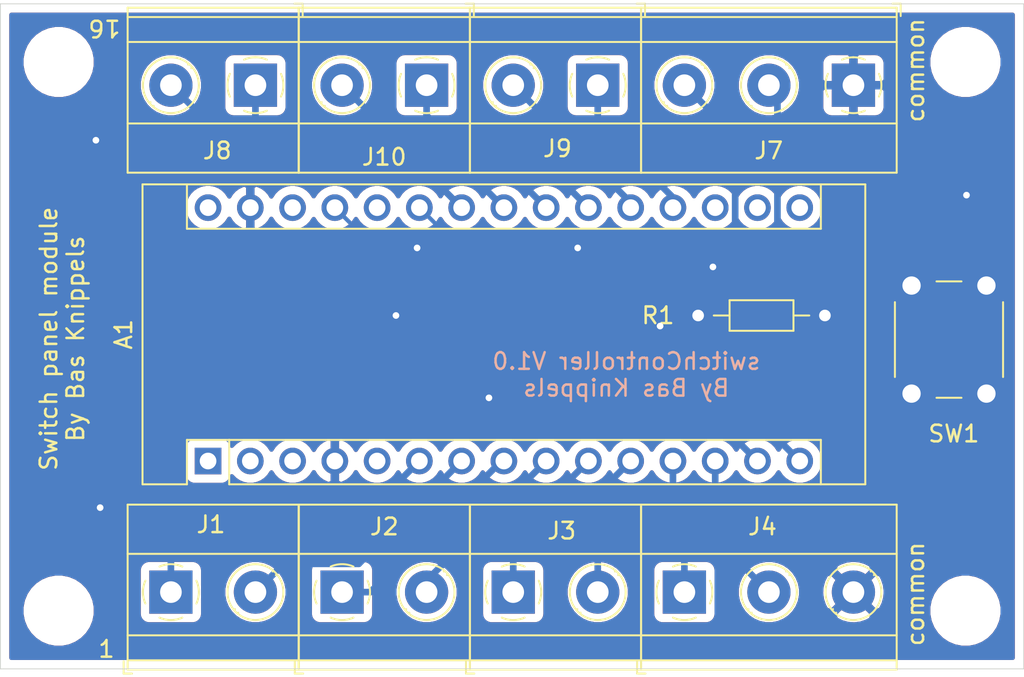
<source format=kicad_pcb>
(kicad_pcb (version 20171130) (host pcbnew "(5.1.12)-1")

  (general
    (thickness 1.6)
    (drawings 10)
    (tracks 68)
    (zones 0)
    (modules 15)
    (nets 30)
  )

  (page A4)
  (layers
    (0 F.Cu signal)
    (31 B.Cu signal)
    (32 B.Adhes user)
    (33 F.Adhes user)
    (34 B.Paste user)
    (35 F.Paste user)
    (36 B.SilkS user)
    (37 F.SilkS user)
    (38 B.Mask user)
    (39 F.Mask user)
    (40 Dwgs.User user)
    (41 Cmts.User user)
    (42 Eco1.User user)
    (43 Eco2.User user)
    (44 Edge.Cuts user)
    (45 Margin user)
    (46 B.CrtYd user)
    (47 F.CrtYd user)
    (48 B.Fab user)
    (49 F.Fab user hide)
  )

  (setup
    (last_trace_width 0.25)
    (user_trace_width 0.4)
    (user_trace_width 0.8)
    (trace_clearance 0.2)
    (zone_clearance 0.508)
    (zone_45_only no)
    (trace_min 0.2)
    (via_size 0.8)
    (via_drill 0.4)
    (via_min_size 0.4)
    (via_min_drill 0.3)
    (uvia_size 0.3)
    (uvia_drill 0.1)
    (uvias_allowed no)
    (uvia_min_size 0.2)
    (uvia_min_drill 0.1)
    (edge_width 0.05)
    (segment_width 0.2)
    (pcb_text_width 0.3)
    (pcb_text_size 1.5 1.5)
    (mod_edge_width 0.12)
    (mod_text_size 1 1)
    (mod_text_width 0.15)
    (pad_size 1.524 1.524)
    (pad_drill 0.762)
    (pad_to_mask_clearance 0)
    (aux_axis_origin 0 0)
    (visible_elements 7FFFFFFF)
    (pcbplotparams
      (layerselection 0x010fc_ffffffff)
      (usegerberextensions false)
      (usegerberattributes true)
      (usegerberadvancedattributes true)
      (creategerberjobfile true)
      (excludeedgelayer true)
      (linewidth 0.100000)
      (plotframeref false)
      (viasonmask false)
      (mode 1)
      (useauxorigin false)
      (hpglpennumber 1)
      (hpglpenspeed 20)
      (hpglpendiameter 15.000000)
      (psnegative false)
      (psa4output false)
      (plotreference true)
      (plotvalue true)
      (plotinvisibletext false)
      (padsonsilk false)
      (subtractmaskfromsilk false)
      (outputformat 1)
      (mirror false)
      (drillshape 0)
      (scaleselection 1)
      (outputdirectory ""))
  )

  (net 0 "")
  (net 1 "Net-(A1-Pad16)")
  (net 2 "Net-(A1-Pad15)")
  (net 3 "Net-(A1-Pad14)")
  (net 4 GND)
  (net 5 "Net-(A1-Pad13)")
  (net 6 "Net-(A1-Pad28)")
  (net 7 "Net-(A1-Pad12)")
  (net 8 +5V)
  (net 9 "Net-(A1-Pad11)")
  (net 10 "Net-(A1-Pad26)")
  (net 11 "Net-(A1-Pad10)")
  (net 12 "Net-(A1-Pad25)")
  (net 13 "Net-(A1-Pad9)")
  (net 14 "Net-(A1-Pad24)")
  (net 15 "Net-(A1-Pad8)")
  (net 16 "Net-(A1-Pad23)")
  (net 17 "Net-(A1-Pad7)")
  (net 18 "Net-(A1-Pad22)")
  (net 19 "Net-(A1-Pad6)")
  (net 20 "Net-(A1-Pad21)")
  (net 21 "Net-(A1-Pad20)")
  (net 22 "Net-(A1-Pad19)")
  (net 23 "Net-(A1-Pad3)")
  (net 24 "Net-(A1-Pad18)")
  (net 25 "Net-(A1-Pad17)")
  (net 26 "Net-(A1-Pad30)")
  (net 27 "Net-(A1-Pad5)")
  (net 28 "Net-(A1-Pad2)")
  (net 29 "Net-(A1-Pad1)")

  (net_class Default "This is the default net class."
    (clearance 0.2)
    (trace_width 0.25)
    (via_dia 0.8)
    (via_drill 0.4)
    (uvia_dia 0.3)
    (uvia_drill 0.1)
    (add_net +5V)
    (add_net GND)
    (add_net "Net-(A1-Pad1)")
    (add_net "Net-(A1-Pad10)")
    (add_net "Net-(A1-Pad11)")
    (add_net "Net-(A1-Pad12)")
    (add_net "Net-(A1-Pad13)")
    (add_net "Net-(A1-Pad14)")
    (add_net "Net-(A1-Pad15)")
    (add_net "Net-(A1-Pad16)")
    (add_net "Net-(A1-Pad17)")
    (add_net "Net-(A1-Pad18)")
    (add_net "Net-(A1-Pad19)")
    (add_net "Net-(A1-Pad2)")
    (add_net "Net-(A1-Pad20)")
    (add_net "Net-(A1-Pad21)")
    (add_net "Net-(A1-Pad22)")
    (add_net "Net-(A1-Pad23)")
    (add_net "Net-(A1-Pad24)")
    (add_net "Net-(A1-Pad25)")
    (add_net "Net-(A1-Pad26)")
    (add_net "Net-(A1-Pad28)")
    (add_net "Net-(A1-Pad3)")
    (add_net "Net-(A1-Pad30)")
    (add_net "Net-(A1-Pad5)")
    (add_net "Net-(A1-Pad6)")
    (add_net "Net-(A1-Pad7)")
    (add_net "Net-(A1-Pad8)")
    (add_net "Net-(A1-Pad9)")
  )

  (module Button_Switch_THT:SW_PUSH_6mm_H4.3mm (layer F.Cu) (tedit 5A02FE31) (tstamp 6230FD5D)
    (at 124.261 69.446 270)
    (descr "tactile push button, 6x6mm e.g. PHAP33xx series, height=4.3mm")
    (tags "tact sw push 6mm")
    (path /62319E87)
    (fp_text reference SW1 (at 8.913 1.96 180) (layer F.SilkS)
      (effects (font (size 1 1) (thickness 0.15)))
    )
    (fp_text value SW_SPST (at 3.75 6.7 90) (layer F.Fab)
      (effects (font (size 1 1) (thickness 0.15)))
    )
    (fp_text user %R (at 3.25 2.25 90) (layer F.Fab)
      (effects (font (size 1 1) (thickness 0.15)))
    )
    (fp_line (start 3.25 -0.75) (end 6.25 -0.75) (layer F.Fab) (width 0.1))
    (fp_line (start 6.25 -0.75) (end 6.25 5.25) (layer F.Fab) (width 0.1))
    (fp_line (start 6.25 5.25) (end 0.25 5.25) (layer F.Fab) (width 0.1))
    (fp_line (start 0.25 5.25) (end 0.25 -0.75) (layer F.Fab) (width 0.1))
    (fp_line (start 0.25 -0.75) (end 3.25 -0.75) (layer F.Fab) (width 0.1))
    (fp_line (start 7.75 6) (end 8 6) (layer F.CrtYd) (width 0.05))
    (fp_line (start 8 6) (end 8 5.75) (layer F.CrtYd) (width 0.05))
    (fp_line (start 7.75 -1.5) (end 8 -1.5) (layer F.CrtYd) (width 0.05))
    (fp_line (start 8 -1.5) (end 8 -1.25) (layer F.CrtYd) (width 0.05))
    (fp_line (start -1.5 -1.25) (end -1.5 -1.5) (layer F.CrtYd) (width 0.05))
    (fp_line (start -1.5 -1.5) (end -1.25 -1.5) (layer F.CrtYd) (width 0.05))
    (fp_line (start -1.5 5.75) (end -1.5 6) (layer F.CrtYd) (width 0.05))
    (fp_line (start -1.5 6) (end -1.25 6) (layer F.CrtYd) (width 0.05))
    (fp_line (start -1.25 -1.5) (end 7.75 -1.5) (layer F.CrtYd) (width 0.05))
    (fp_line (start -1.5 5.75) (end -1.5 -1.25) (layer F.CrtYd) (width 0.05))
    (fp_line (start 7.75 6) (end -1.25 6) (layer F.CrtYd) (width 0.05))
    (fp_line (start 8 -1.25) (end 8 5.75) (layer F.CrtYd) (width 0.05))
    (fp_line (start 1 5.5) (end 5.5 5.5) (layer F.SilkS) (width 0.12))
    (fp_line (start -0.25 1.5) (end -0.25 3) (layer F.SilkS) (width 0.12))
    (fp_line (start 5.5 -1) (end 1 -1) (layer F.SilkS) (width 0.12))
    (fp_line (start 6.75 3) (end 6.75 1.5) (layer F.SilkS) (width 0.12))
    (fp_circle (center 3.25 2.25) (end 1.25 2.5) (layer F.Fab) (width 0.1))
    (pad 1 thru_hole circle (at 6.5 0) (size 2 2) (drill 1.1) (layers *.Cu *.Mask)
      (net 4 GND))
    (pad 2 thru_hole circle (at 6.5 4.5) (size 2 2) (drill 1.1) (layers *.Cu *.Mask)
      (net 12 "Net-(A1-Pad25)"))
    (pad 1 thru_hole circle (at 0 0) (size 2 2) (drill 1.1) (layers *.Cu *.Mask)
      (net 4 GND))
    (pad 2 thru_hole circle (at 0 4.5) (size 2 2) (drill 1.1) (layers *.Cu *.Mask)
      (net 12 "Net-(A1-Pad25)"))
    (model ${KISYS3DMOD}/Button_Switch_THT.3dshapes/SW_PUSH_6mm_H4.3mm.wrl
      (at (xyz 0 0 0))
      (scale (xyz 1 1 1))
      (rotate (xyz 0 0 0))
    )
  )

  (module Resistor_THT:R_Axial_DIN0204_L3.6mm_D1.6mm_P7.62mm_Horizontal (layer F.Cu) (tedit 5AE5139B) (tstamp 6230FD46)
    (at 106.934 71.247)
    (descr "Resistor, Axial_DIN0204 series, Axial, Horizontal, pin pitch=7.62mm, 0.167W, length*diameter=3.6*1.6mm^2, http://cdn-reichelt.de/documents/datenblatt/B400/1_4W%23YAG.pdf")
    (tags "Resistor Axial_DIN0204 series Axial Horizontal pin pitch 7.62mm 0.167W length 3.6mm diameter 1.6mm")
    (path /6231A6C2)
    (fp_text reference R1 (at -2.413 0) (layer F.SilkS)
      (effects (font (size 1 1) (thickness 0.15)))
    )
    (fp_text value R (at 3.81 1.92) (layer F.Fab)
      (effects (font (size 1 1) (thickness 0.15)))
    )
    (fp_line (start 8.57 -1.05) (end -0.95 -1.05) (layer F.CrtYd) (width 0.05))
    (fp_line (start 8.57 1.05) (end 8.57 -1.05) (layer F.CrtYd) (width 0.05))
    (fp_line (start -0.95 1.05) (end 8.57 1.05) (layer F.CrtYd) (width 0.05))
    (fp_line (start -0.95 -1.05) (end -0.95 1.05) (layer F.CrtYd) (width 0.05))
    (fp_line (start 6.68 0) (end 5.73 0) (layer F.SilkS) (width 0.12))
    (fp_line (start 0.94 0) (end 1.89 0) (layer F.SilkS) (width 0.12))
    (fp_line (start 5.73 -0.92) (end 1.89 -0.92) (layer F.SilkS) (width 0.12))
    (fp_line (start 5.73 0.92) (end 5.73 -0.92) (layer F.SilkS) (width 0.12))
    (fp_line (start 1.89 0.92) (end 5.73 0.92) (layer F.SilkS) (width 0.12))
    (fp_line (start 1.89 -0.92) (end 1.89 0.92) (layer F.SilkS) (width 0.12))
    (fp_line (start 7.62 0) (end 5.61 0) (layer F.Fab) (width 0.1))
    (fp_line (start 0 0) (end 2.01 0) (layer F.Fab) (width 0.1))
    (fp_line (start 5.61 -0.8) (end 2.01 -0.8) (layer F.Fab) (width 0.1))
    (fp_line (start 5.61 0.8) (end 5.61 -0.8) (layer F.Fab) (width 0.1))
    (fp_line (start 2.01 0.8) (end 5.61 0.8) (layer F.Fab) (width 0.1))
    (fp_line (start 2.01 -0.8) (end 2.01 0.8) (layer F.Fab) (width 0.1))
    (fp_text user %R (at 3.81 0) (layer F.Fab)
      (effects (font (size 0.72 0.72) (thickness 0.108)))
    )
    (pad 2 thru_hole oval (at 7.62 0) (size 1.4 1.4) (drill 0.7) (layers *.Cu *.Mask)
      (net 12 "Net-(A1-Pad25)"))
    (pad 1 thru_hole circle (at 0 0) (size 1.4 1.4) (drill 0.7) (layers *.Cu *.Mask)
      (net 8 +5V))
    (model ${KISYS3DMOD}/Resistor_THT.3dshapes/R_Axial_DIN0204_L3.6mm_D1.6mm_P7.62mm_Horizontal.wrl
      (at (xyz 0 0 0))
      (scale (xyz 1 1 1))
      (rotate (xyz 0 0 0))
    )
  )

  (module MountingHole:MountingHole_3.2mm_M3 (layer F.Cu) (tedit 56D1B4CB) (tstamp 6230EB17)
    (at 123 89)
    (descr "Mounting Hole 3.2mm, no annular, M3")
    (tags "mounting hole 3.2mm no annular m3")
    (attr virtual)
    (fp_text reference REF** (at 0 -4.2) (layer F.Fab)
      (effects (font (size 1 1) (thickness 0.15)))
    )
    (fp_text value MountingHole_3.2mm_M3 (at 0 4.2) (layer F.Fab)
      (effects (font (size 1 1) (thickness 0.15)))
    )
    (fp_circle (center 0 0) (end 3.45 0) (layer F.CrtYd) (width 0.05))
    (fp_circle (center 0 0) (end 3.2 0) (layer Cmts.User) (width 0.15))
    (fp_text user %R (at 0.3 0) (layer F.Fab)
      (effects (font (size 1 1) (thickness 0.15)))
    )
    (pad 1 np_thru_hole circle (at 0 0) (size 3.2 3.2) (drill 3.2) (layers *.Cu *.Mask))
  )

  (module MountingHole:MountingHole_3.2mm_M3 (layer F.Cu) (tedit 56D1B4CB) (tstamp 6230EB17)
    (at 68.5 89)
    (descr "Mounting Hole 3.2mm, no annular, M3")
    (tags "mounting hole 3.2mm no annular m3")
    (attr virtual)
    (fp_text reference REF** (at 0 -4.2) (layer F.Fab)
      (effects (font (size 1 1) (thickness 0.15)))
    )
    (fp_text value MountingHole_3.2mm_M3 (at 0 4.2) (layer F.Fab)
      (effects (font (size 1 1) (thickness 0.15)))
    )
    (fp_circle (center 0 0) (end 3.45 0) (layer F.CrtYd) (width 0.05))
    (fp_circle (center 0 0) (end 3.2 0) (layer Cmts.User) (width 0.15))
    (fp_text user %R (at 0.3 0) (layer F.Fab)
      (effects (font (size 1 1) (thickness 0.15)))
    )
    (pad 1 np_thru_hole circle (at 0 0) (size 3.2 3.2) (drill 3.2) (layers *.Cu *.Mask))
  )

  (module MountingHole:MountingHole_3.2mm_M3 (layer F.Cu) (tedit 56D1B4CB) (tstamp 6230EB17)
    (at 68.5 56)
    (descr "Mounting Hole 3.2mm, no annular, M3")
    (tags "mounting hole 3.2mm no annular m3")
    (attr virtual)
    (fp_text reference REF** (at 0 -4.2) (layer F.Fab)
      (effects (font (size 1 1) (thickness 0.15)))
    )
    (fp_text value MountingHole_3.2mm_M3 (at 0 4.2) (layer F.Fab)
      (effects (font (size 1 1) (thickness 0.15)))
    )
    (fp_circle (center 0 0) (end 3.45 0) (layer F.CrtYd) (width 0.05))
    (fp_circle (center 0 0) (end 3.2 0) (layer Cmts.User) (width 0.15))
    (fp_text user %R (at 0.3 0) (layer F.Fab)
      (effects (font (size 1 1) (thickness 0.15)))
    )
    (pad 1 np_thru_hole circle (at 0 0) (size 3.2 3.2) (drill 3.2) (layers *.Cu *.Mask))
  )

  (module MountingHole:MountingHole_3.2mm_M3 (layer F.Cu) (tedit 56D1B4CB) (tstamp 6230EAFF)
    (at 123 56)
    (descr "Mounting Hole 3.2mm, no annular, M3")
    (tags "mounting hole 3.2mm no annular m3")
    (attr virtual)
    (fp_text reference REF** (at 0 -4.2) (layer F.Fab)
      (effects (font (size 1 1) (thickness 0.15)))
    )
    (fp_text value MountingHole_3.2mm_M3 (at 0 4.2) (layer F.Fab)
      (effects (font (size 1 1) (thickness 0.15)))
    )
    (fp_circle (center 0 0) (end 3.45 0) (layer F.CrtYd) (width 0.05))
    (fp_circle (center 0 0) (end 3.2 0) (layer Cmts.User) (width 0.15))
    (fp_text user %R (at 0.3 0) (layer F.Fab)
      (effects (font (size 1 1) (thickness 0.15)))
    )
    (pad 1 np_thru_hole circle (at 0 0) (size 3.2 3.2) (drill 3.2) (layers *.Cu *.Mask))
  )

  (module Module:Arduino_Nano (layer F.Cu) (tedit 58ACAF70) (tstamp 61932094)
    (at 77.48 80 90)
    (descr "Arduino Nano, http://www.mouser.com/pdfdocs/Gravitech_Arduino_Nano3_0.pdf")
    (tags "Arduino Nano")
    (path /6195BAE8)
    (fp_text reference A1 (at 7.62 -5.08 90) (layer F.SilkS)
      (effects (font (size 1 1) (thickness 0.15)))
    )
    (fp_text value Arduino_Nano_v3.x (at 8.89 19.05) (layer F.Fab)
      (effects (font (size 1 1) (thickness 0.15)))
    )
    (fp_line (start 1.27 1.27) (end 1.27 -1.27) (layer F.SilkS) (width 0.12))
    (fp_line (start 1.27 -1.27) (end -1.4 -1.27) (layer F.SilkS) (width 0.12))
    (fp_line (start -1.4 1.27) (end -1.4 39.5) (layer F.SilkS) (width 0.12))
    (fp_line (start -1.4 -3.94) (end -1.4 -1.27) (layer F.SilkS) (width 0.12))
    (fp_line (start 13.97 -1.27) (end 16.64 -1.27) (layer F.SilkS) (width 0.12))
    (fp_line (start 13.97 -1.27) (end 13.97 36.83) (layer F.SilkS) (width 0.12))
    (fp_line (start 13.97 36.83) (end 16.64 36.83) (layer F.SilkS) (width 0.12))
    (fp_line (start 1.27 1.27) (end -1.4 1.27) (layer F.SilkS) (width 0.12))
    (fp_line (start 1.27 1.27) (end 1.27 36.83) (layer F.SilkS) (width 0.12))
    (fp_line (start 1.27 36.83) (end -1.4 36.83) (layer F.SilkS) (width 0.12))
    (fp_line (start 3.81 31.75) (end 11.43 31.75) (layer F.Fab) (width 0.1))
    (fp_line (start 11.43 31.75) (end 11.43 41.91) (layer F.Fab) (width 0.1))
    (fp_line (start 11.43 41.91) (end 3.81 41.91) (layer F.Fab) (width 0.1))
    (fp_line (start 3.81 41.91) (end 3.81 31.75) (layer F.Fab) (width 0.1))
    (fp_line (start -1.4 39.5) (end 16.64 39.5) (layer F.SilkS) (width 0.12))
    (fp_line (start 16.64 39.5) (end 16.64 -3.94) (layer F.SilkS) (width 0.12))
    (fp_line (start 16.64 -3.94) (end -1.4 -3.94) (layer F.SilkS) (width 0.12))
    (fp_line (start 16.51 39.37) (end -1.27 39.37) (layer F.Fab) (width 0.1))
    (fp_line (start -1.27 39.37) (end -1.27 -2.54) (layer F.Fab) (width 0.1))
    (fp_line (start -1.27 -2.54) (end 0 -3.81) (layer F.Fab) (width 0.1))
    (fp_line (start 0 -3.81) (end 16.51 -3.81) (layer F.Fab) (width 0.1))
    (fp_line (start 16.51 -3.81) (end 16.51 39.37) (layer F.Fab) (width 0.1))
    (fp_line (start -1.53 -4.06) (end 16.75 -4.06) (layer F.CrtYd) (width 0.05))
    (fp_line (start -1.53 -4.06) (end -1.53 42.16) (layer F.CrtYd) (width 0.05))
    (fp_line (start 16.75 42.16) (end 16.75 -4.06) (layer F.CrtYd) (width 0.05))
    (fp_line (start 16.75 42.16) (end -1.53 42.16) (layer F.CrtYd) (width 0.05))
    (fp_text user %R (at 6.35 19.05) (layer F.Fab)
      (effects (font (size 1 1) (thickness 0.15)))
    )
    (pad 16 thru_hole oval (at 15.24 35.56 90) (size 1.6 1.6) (drill 1) (layers *.Cu *.Mask)
      (net 1 "Net-(A1-Pad16)"))
    (pad 15 thru_hole oval (at 0 35.56 90) (size 1.6 1.6) (drill 1) (layers *.Cu *.Mask)
      (net 2 "Net-(A1-Pad15)"))
    (pad 30 thru_hole oval (at 15.24 0 90) (size 1.6 1.6) (drill 1) (layers *.Cu *.Mask)
      (net 26 "Net-(A1-Pad30)"))
    (pad 14 thru_hole oval (at 0 33.02 90) (size 1.6 1.6) (drill 1) (layers *.Cu *.Mask)
      (net 3 "Net-(A1-Pad14)"))
    (pad 29 thru_hole oval (at 15.24 2.54 90) (size 1.6 1.6) (drill 1) (layers *.Cu *.Mask)
      (net 4 GND))
    (pad 13 thru_hole oval (at 0 30.48 90) (size 1.6 1.6) (drill 1) (layers *.Cu *.Mask)
      (net 5 "Net-(A1-Pad13)"))
    (pad 28 thru_hole oval (at 15.24 5.08 90) (size 1.6 1.6) (drill 1) (layers *.Cu *.Mask)
      (net 6 "Net-(A1-Pad28)"))
    (pad 12 thru_hole oval (at 0 27.94 90) (size 1.6 1.6) (drill 1) (layers *.Cu *.Mask)
      (net 7 "Net-(A1-Pad12)"))
    (pad 27 thru_hole oval (at 15.24 7.62 90) (size 1.6 1.6) (drill 1) (layers *.Cu *.Mask)
      (net 8 +5V))
    (pad 11 thru_hole oval (at 0 25.4 90) (size 1.6 1.6) (drill 1) (layers *.Cu *.Mask)
      (net 9 "Net-(A1-Pad11)"))
    (pad 26 thru_hole oval (at 15.24 10.16 90) (size 1.6 1.6) (drill 1) (layers *.Cu *.Mask)
      (net 10 "Net-(A1-Pad26)"))
    (pad 10 thru_hole oval (at 0 22.86 90) (size 1.6 1.6) (drill 1) (layers *.Cu *.Mask)
      (net 11 "Net-(A1-Pad10)"))
    (pad 25 thru_hole oval (at 15.24 12.7 90) (size 1.6 1.6) (drill 1) (layers *.Cu *.Mask)
      (net 12 "Net-(A1-Pad25)"))
    (pad 9 thru_hole oval (at 0 20.32 90) (size 1.6 1.6) (drill 1) (layers *.Cu *.Mask)
      (net 13 "Net-(A1-Pad9)"))
    (pad 24 thru_hole oval (at 15.24 15.24 90) (size 1.6 1.6) (drill 1) (layers *.Cu *.Mask)
      (net 14 "Net-(A1-Pad24)"))
    (pad 8 thru_hole oval (at 0 17.78 90) (size 1.6 1.6) (drill 1) (layers *.Cu *.Mask)
      (net 15 "Net-(A1-Pad8)"))
    (pad 23 thru_hole oval (at 15.24 17.78 90) (size 1.6 1.6) (drill 1) (layers *.Cu *.Mask)
      (net 16 "Net-(A1-Pad23)"))
    (pad 7 thru_hole oval (at 0 15.24 90) (size 1.6 1.6) (drill 1) (layers *.Cu *.Mask)
      (net 17 "Net-(A1-Pad7)"))
    (pad 22 thru_hole oval (at 15.24 20.32 90) (size 1.6 1.6) (drill 1) (layers *.Cu *.Mask)
      (net 18 "Net-(A1-Pad22)"))
    (pad 6 thru_hole oval (at 0 12.7 90) (size 1.6 1.6) (drill 1) (layers *.Cu *.Mask)
      (net 19 "Net-(A1-Pad6)"))
    (pad 21 thru_hole oval (at 15.24 22.86 90) (size 1.6 1.6) (drill 1) (layers *.Cu *.Mask)
      (net 20 "Net-(A1-Pad21)"))
    (pad 5 thru_hole oval (at 0 10.16 90) (size 1.6 1.6) (drill 1) (layers *.Cu *.Mask)
      (net 27 "Net-(A1-Pad5)"))
    (pad 20 thru_hole oval (at 15.24 25.4 90) (size 1.6 1.6) (drill 1) (layers *.Cu *.Mask)
      (net 21 "Net-(A1-Pad20)"))
    (pad 4 thru_hole oval (at 0 7.62 90) (size 1.6 1.6) (drill 1) (layers *.Cu *.Mask)
      (net 4 GND))
    (pad 19 thru_hole oval (at 15.24 27.94 90) (size 1.6 1.6) (drill 1) (layers *.Cu *.Mask)
      (net 22 "Net-(A1-Pad19)"))
    (pad 3 thru_hole oval (at 0 5.08 90) (size 1.6 1.6) (drill 1) (layers *.Cu *.Mask)
      (net 23 "Net-(A1-Pad3)"))
    (pad 18 thru_hole oval (at 15.24 30.48 90) (size 1.6 1.6) (drill 1) (layers *.Cu *.Mask)
      (net 24 "Net-(A1-Pad18)"))
    (pad 2 thru_hole oval (at 0 2.54 90) (size 1.6 1.6) (drill 1) (layers *.Cu *.Mask)
      (net 28 "Net-(A1-Pad2)"))
    (pad 17 thru_hole oval (at 15.24 33.02 90) (size 1.6 1.6) (drill 1) (layers *.Cu *.Mask)
      (net 25 "Net-(A1-Pad17)"))
    (pad 1 thru_hole rect (at 0 0 90) (size 1.6 1.6) (drill 1) (layers *.Cu *.Mask)
      (net 29 "Net-(A1-Pad1)"))
    (model ${KISYS3DMOD}/Module.3dshapes/Arduino_Nano_WithMountingHoles.wrl
      (at (xyz 0 0 0))
      (scale (xyz 1 1 1))
      (rotate (xyz 0 0 0))
    )
  )

  (module TerminalBlock_Phoenix:TerminalBlock_Phoenix_MKDS-1,5-3-5.08_1x03_P5.08mm_Horizontal (layer F.Cu) (tedit 5B294EBC) (tstamp 61934CB1)
    (at 116.268 57.396 180)
    (descr "Terminal Block Phoenix MKDS-1,5-3-5.08, 3 pins, pitch 5.08mm, size 15.2x9.8mm^2, drill diamater 1.3mm, pad diameter 2.6mm, see http://www.farnell.com/datasheets/100425.pdf, script-generated using https://github.com/pointhi/kicad-footprint-generator/scripts/TerminalBlock_Phoenix")
    (tags "THT Terminal Block Phoenix MKDS-1,5-3-5.08 pitch 5.08mm size 15.2x9.8mm^2 drill 1.3mm pad 2.6mm")
    (path /619CA7E4)
    (fp_text reference J7 (at 5.088 -3.937) (layer F.SilkS)
      (effects (font (size 1 1) (thickness 0.15)))
    )
    (fp_text value i (at 5.08 5.66) (layer F.Fab)
      (effects (font (size 1 1) (thickness 0.15)))
    )
    (fp_line (start 13.21 -5.71) (end -3.04 -5.71) (layer F.CrtYd) (width 0.05))
    (fp_line (start 13.21 5.1) (end 13.21 -5.71) (layer F.CrtYd) (width 0.05))
    (fp_line (start -3.04 5.1) (end 13.21 5.1) (layer F.CrtYd) (width 0.05))
    (fp_line (start -3.04 -5.71) (end -3.04 5.1) (layer F.CrtYd) (width 0.05))
    (fp_line (start -2.84 4.9) (end -2.34 4.9) (layer F.SilkS) (width 0.12))
    (fp_line (start -2.84 4.16) (end -2.84 4.9) (layer F.SilkS) (width 0.12))
    (fp_line (start 8.933 1.023) (end 8.886 1.069) (layer F.SilkS) (width 0.12))
    (fp_line (start 11.23 -1.275) (end 11.195 -1.239) (layer F.SilkS) (width 0.12))
    (fp_line (start 9.126 1.239) (end 9.091 1.274) (layer F.SilkS) (width 0.12))
    (fp_line (start 11.435 -1.069) (end 11.388 -1.023) (layer F.SilkS) (width 0.12))
    (fp_line (start 11.115 -1.138) (end 9.023 0.955) (layer F.Fab) (width 0.1))
    (fp_line (start 11.298 -0.955) (end 9.206 1.138) (layer F.Fab) (width 0.1))
    (fp_line (start 3.853 1.023) (end 3.806 1.069) (layer F.SilkS) (width 0.12))
    (fp_line (start 6.15 -1.275) (end 6.115 -1.239) (layer F.SilkS) (width 0.12))
    (fp_line (start 4.046 1.239) (end 4.011 1.274) (layer F.SilkS) (width 0.12))
    (fp_line (start 6.355 -1.069) (end 6.308 -1.023) (layer F.SilkS) (width 0.12))
    (fp_line (start 6.035 -1.138) (end 3.943 0.955) (layer F.Fab) (width 0.1))
    (fp_line (start 6.218 -0.955) (end 4.126 1.138) (layer F.Fab) (width 0.1))
    (fp_line (start 0.955 -1.138) (end -1.138 0.955) (layer F.Fab) (width 0.1))
    (fp_line (start 1.138 -0.955) (end -0.955 1.138) (layer F.Fab) (width 0.1))
    (fp_line (start 12.76 -5.261) (end 12.76 4.66) (layer F.SilkS) (width 0.12))
    (fp_line (start -2.6 -5.261) (end -2.6 4.66) (layer F.SilkS) (width 0.12))
    (fp_line (start -2.6 4.66) (end 12.76 4.66) (layer F.SilkS) (width 0.12))
    (fp_line (start -2.6 -5.261) (end 12.76 -5.261) (layer F.SilkS) (width 0.12))
    (fp_line (start -2.6 -2.301) (end 12.76 -2.301) (layer F.SilkS) (width 0.12))
    (fp_line (start -2.54 -2.3) (end 12.7 -2.3) (layer F.Fab) (width 0.1))
    (fp_line (start -2.6 2.6) (end 12.76 2.6) (layer F.SilkS) (width 0.12))
    (fp_line (start -2.54 2.6) (end 12.7 2.6) (layer F.Fab) (width 0.1))
    (fp_line (start -2.6 4.1) (end 12.76 4.1) (layer F.SilkS) (width 0.12))
    (fp_line (start -2.54 4.1) (end 12.7 4.1) (layer F.Fab) (width 0.1))
    (fp_line (start -2.54 4.1) (end -2.54 -5.2) (layer F.Fab) (width 0.1))
    (fp_line (start -2.04 4.6) (end -2.54 4.1) (layer F.Fab) (width 0.1))
    (fp_line (start 12.7 4.6) (end -2.04 4.6) (layer F.Fab) (width 0.1))
    (fp_line (start 12.7 -5.2) (end 12.7 4.6) (layer F.Fab) (width 0.1))
    (fp_line (start -2.54 -5.2) (end 12.7 -5.2) (layer F.Fab) (width 0.1))
    (fp_circle (center 10.16 0) (end 11.84 0) (layer F.SilkS) (width 0.12))
    (fp_circle (center 10.16 0) (end 11.66 0) (layer F.Fab) (width 0.1))
    (fp_circle (center 5.08 0) (end 6.76 0) (layer F.SilkS) (width 0.12))
    (fp_circle (center 5.08 0) (end 6.58 0) (layer F.Fab) (width 0.1))
    (fp_circle (center 0 0) (end 1.5 0) (layer F.Fab) (width 0.1))
    (fp_text user %R (at 5.08 3.2) (layer F.Fab)
      (effects (font (size 1 1) (thickness 0.15)))
    )
    (fp_arc (start 0 0) (end -0.684 1.535) (angle -25) (layer F.SilkS) (width 0.12))
    (fp_arc (start 0 0) (end -1.535 -0.684) (angle -48) (layer F.SilkS) (width 0.12))
    (fp_arc (start 0 0) (end 0.684 -1.535) (angle -48) (layer F.SilkS) (width 0.12))
    (fp_arc (start 0 0) (end 1.535 0.684) (angle -48) (layer F.SilkS) (width 0.12))
    (fp_arc (start 0 0) (end 0 1.68) (angle -24) (layer F.SilkS) (width 0.12))
    (pad 3 thru_hole circle (at 10.16 0 180) (size 2.6 2.6) (drill 1.3) (layers *.Cu *.Mask)
      (net 3 "Net-(A1-Pad14)"))
    (pad 2 thru_hole circle (at 5.08 0 180) (size 2.6 2.6) (drill 1.3) (layers *.Cu *.Mask)
      (net 2 "Net-(A1-Pad15)"))
    (pad 1 thru_hole rect (at 0 0 180) (size 2.6 2.6) (drill 1.3) (layers *.Cu *.Mask)
      (net 4 GND))
    (model ${KISYS3DMOD}/TerminalBlock_Phoenix.3dshapes/TerminalBlock_Phoenix_MKDS-1,5-3-5.08_1x03_P5.08mm_Horizontal.wrl
      (at (xyz 0 0 0))
      (scale (xyz 1 1 1))
      (rotate (xyz 0 0 0))
    )
  )

  (module TerminalBlock_Phoenix:TerminalBlock_Phoenix_MKDS-1,5-3-5.08_1x03_P5.08mm_Horizontal (layer F.Cu) (tedit 5B294EBC) (tstamp 6193909E)
    (at 106.108 87.884)
    (descr "Terminal Block Phoenix MKDS-1,5-3-5.08, 3 pins, pitch 5.08mm, size 15.2x9.8mm^2, drill diamater 1.3mm, pad diameter 2.6mm, see http://www.farnell.com/datasheets/100425.pdf, script-generated using https://github.com/pointhi/kicad-footprint-generator/scripts/TerminalBlock_Phoenix")
    (tags "THT Terminal Block Phoenix MKDS-1,5-3-5.08 pitch 5.08mm size 15.2x9.8mm^2 drill 1.3mm pad 2.6mm")
    (path /619CA365)
    (fp_text reference J4 (at 4.691 -3.937) (layer F.SilkS)
      (effects (font (size 1 1) (thickness 0.15)))
    )
    (fp_text value i (at 5.08 5.66) (layer F.Fab)
      (effects (font (size 1 1) (thickness 0.15)))
    )
    (fp_line (start 13.21 -5.71) (end -3.04 -5.71) (layer F.CrtYd) (width 0.05))
    (fp_line (start 13.21 5.1) (end 13.21 -5.71) (layer F.CrtYd) (width 0.05))
    (fp_line (start -3.04 5.1) (end 13.21 5.1) (layer F.CrtYd) (width 0.05))
    (fp_line (start -3.04 -5.71) (end -3.04 5.1) (layer F.CrtYd) (width 0.05))
    (fp_line (start -2.84 4.9) (end -2.34 4.9) (layer F.SilkS) (width 0.12))
    (fp_line (start -2.84 4.16) (end -2.84 4.9) (layer F.SilkS) (width 0.12))
    (fp_line (start 8.933 1.023) (end 8.886 1.069) (layer F.SilkS) (width 0.12))
    (fp_line (start 11.23 -1.275) (end 11.195 -1.239) (layer F.SilkS) (width 0.12))
    (fp_line (start 9.126 1.239) (end 9.091 1.274) (layer F.SilkS) (width 0.12))
    (fp_line (start 11.435 -1.069) (end 11.388 -1.023) (layer F.SilkS) (width 0.12))
    (fp_line (start 11.115 -1.138) (end 9.023 0.955) (layer F.Fab) (width 0.1))
    (fp_line (start 11.298 -0.955) (end 9.206 1.138) (layer F.Fab) (width 0.1))
    (fp_line (start 3.853 1.023) (end 3.806 1.069) (layer F.SilkS) (width 0.12))
    (fp_line (start 6.15 -1.275) (end 6.115 -1.239) (layer F.SilkS) (width 0.12))
    (fp_line (start 4.046 1.239) (end 4.011 1.274) (layer F.SilkS) (width 0.12))
    (fp_line (start 6.355 -1.069) (end 6.308 -1.023) (layer F.SilkS) (width 0.12))
    (fp_line (start 6.035 -1.138) (end 3.943 0.955) (layer F.Fab) (width 0.1))
    (fp_line (start 6.218 -0.955) (end 4.126 1.138) (layer F.Fab) (width 0.1))
    (fp_line (start 0.955 -1.138) (end -1.138 0.955) (layer F.Fab) (width 0.1))
    (fp_line (start 1.138 -0.955) (end -0.955 1.138) (layer F.Fab) (width 0.1))
    (fp_line (start 12.76 -5.261) (end 12.76 4.66) (layer F.SilkS) (width 0.12))
    (fp_line (start -2.6 -5.261) (end -2.6 4.66) (layer F.SilkS) (width 0.12))
    (fp_line (start -2.6 4.66) (end 12.76 4.66) (layer F.SilkS) (width 0.12))
    (fp_line (start -2.6 -5.261) (end 12.76 -5.261) (layer F.SilkS) (width 0.12))
    (fp_line (start -2.6 -2.301) (end 12.76 -2.301) (layer F.SilkS) (width 0.12))
    (fp_line (start -2.54 -2.3) (end 12.7 -2.3) (layer F.Fab) (width 0.1))
    (fp_line (start -2.6 2.6) (end 12.76 2.6) (layer F.SilkS) (width 0.12))
    (fp_line (start -2.54 2.6) (end 12.7 2.6) (layer F.Fab) (width 0.1))
    (fp_line (start -2.6 4.1) (end 12.76 4.1) (layer F.SilkS) (width 0.12))
    (fp_line (start -2.54 4.1) (end 12.7 4.1) (layer F.Fab) (width 0.1))
    (fp_line (start -2.54 4.1) (end -2.54 -5.2) (layer F.Fab) (width 0.1))
    (fp_line (start -2.04 4.6) (end -2.54 4.1) (layer F.Fab) (width 0.1))
    (fp_line (start 12.7 4.6) (end -2.04 4.6) (layer F.Fab) (width 0.1))
    (fp_line (start 12.7 -5.2) (end 12.7 4.6) (layer F.Fab) (width 0.1))
    (fp_line (start -2.54 -5.2) (end 12.7 -5.2) (layer F.Fab) (width 0.1))
    (fp_circle (center 10.16 0) (end 11.84 0) (layer F.SilkS) (width 0.12))
    (fp_circle (center 10.16 0) (end 11.66 0) (layer F.Fab) (width 0.1))
    (fp_circle (center 5.08 0) (end 6.76 0) (layer F.SilkS) (width 0.12))
    (fp_circle (center 5.08 0) (end 6.58 0) (layer F.Fab) (width 0.1))
    (fp_circle (center 0 0) (end 1.5 0) (layer F.Fab) (width 0.1))
    (fp_text user %R (at 5.08 3.2) (layer F.Fab)
      (effects (font (size 1 1) (thickness 0.15)))
    )
    (fp_arc (start 0 0) (end -0.684 1.535) (angle -25) (layer F.SilkS) (width 0.12))
    (fp_arc (start 0 0) (end -1.535 -0.684) (angle -48) (layer F.SilkS) (width 0.12))
    (fp_arc (start 0 0) (end 0.684 -1.535) (angle -48) (layer F.SilkS) (width 0.12))
    (fp_arc (start 0 0) (end 1.535 0.684) (angle -48) (layer F.SilkS) (width 0.12))
    (fp_arc (start 0 0) (end 0 1.68) (angle -24) (layer F.SilkS) (width 0.12))
    (pad 3 thru_hole circle (at 10.16 0) (size 2.6 2.6) (drill 1.3) (layers *.Cu *.Mask)
      (net 4 GND))
    (pad 2 thru_hole circle (at 5.08 0) (size 2.6 2.6) (drill 1.3) (layers *.Cu *.Mask)
      (net 5 "Net-(A1-Pad13)"))
    (pad 1 thru_hole rect (at 0 0) (size 2.6 2.6) (drill 1.3) (layers *.Cu *.Mask)
      (net 7 "Net-(A1-Pad12)"))
    (model ${KISYS3DMOD}/TerminalBlock_Phoenix.3dshapes/TerminalBlock_Phoenix_MKDS-1,5-3-5.08_1x03_P5.08mm_Horizontal.wrl
      (at (xyz 0 0 0))
      (scale (xyz 1 1 1))
      (rotate (xyz 0 0 0))
    )
  )

  (module TerminalBlock_Phoenix:TerminalBlock_Phoenix_MKDS-1,5-2-5.08_1x02_P5.08mm_Horizontal (layer F.Cu) (tedit 5B294EBC) (tstamp 61934D35)
    (at 90.614 57.396 180)
    (descr "Terminal Block Phoenix MKDS-1,5-2-5.08, 2 pins, pitch 5.08mm, size 10.2x9.8mm^2, drill diamater 1.3mm, pad diameter 2.6mm, see http://www.farnell.com/datasheets/100425.pdf, script-generated using https://github.com/pointhi/kicad-footprint-generator/scripts/TerminalBlock_Phoenix")
    (tags "THT Terminal Block Phoenix MKDS-1,5-2-5.08 pitch 5.08mm size 10.2x9.8mm^2 drill 1.3mm pad 2.6mm")
    (path /619CE6AD)
    (fp_text reference J10 (at 2.548 -4.318) (layer F.SilkS)
      (effects (font (size 1 1) (thickness 0.15)))
    )
    (fp_text value i (at 2.54 5.66) (layer F.Fab)
      (effects (font (size 1 1) (thickness 0.15)))
    )
    (fp_circle (center 0 0) (end 1.5 0) (layer F.Fab) (width 0.1))
    (fp_circle (center 5.08 0) (end 6.58 0) (layer F.Fab) (width 0.1))
    (fp_circle (center 5.08 0) (end 6.76 0) (layer F.SilkS) (width 0.12))
    (fp_line (start -2.54 -5.2) (end 7.62 -5.2) (layer F.Fab) (width 0.1))
    (fp_line (start 7.62 -5.2) (end 7.62 4.6) (layer F.Fab) (width 0.1))
    (fp_line (start 7.62 4.6) (end -2.04 4.6) (layer F.Fab) (width 0.1))
    (fp_line (start -2.04 4.6) (end -2.54 4.1) (layer F.Fab) (width 0.1))
    (fp_line (start -2.54 4.1) (end -2.54 -5.2) (layer F.Fab) (width 0.1))
    (fp_line (start -2.54 4.1) (end 7.62 4.1) (layer F.Fab) (width 0.1))
    (fp_line (start -2.6 4.1) (end 7.68 4.1) (layer F.SilkS) (width 0.12))
    (fp_line (start -2.54 2.6) (end 7.62 2.6) (layer F.Fab) (width 0.1))
    (fp_line (start -2.6 2.6) (end 7.68 2.6) (layer F.SilkS) (width 0.12))
    (fp_line (start -2.54 -2.3) (end 7.62 -2.3) (layer F.Fab) (width 0.1))
    (fp_line (start -2.6 -2.301) (end 7.68 -2.301) (layer F.SilkS) (width 0.12))
    (fp_line (start -2.6 -5.261) (end 7.68 -5.261) (layer F.SilkS) (width 0.12))
    (fp_line (start -2.6 4.66) (end 7.68 4.66) (layer F.SilkS) (width 0.12))
    (fp_line (start -2.6 -5.261) (end -2.6 4.66) (layer F.SilkS) (width 0.12))
    (fp_line (start 7.68 -5.261) (end 7.68 4.66) (layer F.SilkS) (width 0.12))
    (fp_line (start 1.138 -0.955) (end -0.955 1.138) (layer F.Fab) (width 0.1))
    (fp_line (start 0.955 -1.138) (end -1.138 0.955) (layer F.Fab) (width 0.1))
    (fp_line (start 6.218 -0.955) (end 4.126 1.138) (layer F.Fab) (width 0.1))
    (fp_line (start 6.035 -1.138) (end 3.943 0.955) (layer F.Fab) (width 0.1))
    (fp_line (start 6.355 -1.069) (end 6.308 -1.023) (layer F.SilkS) (width 0.12))
    (fp_line (start 4.046 1.239) (end 4.011 1.274) (layer F.SilkS) (width 0.12))
    (fp_line (start 6.15 -1.275) (end 6.115 -1.239) (layer F.SilkS) (width 0.12))
    (fp_line (start 3.853 1.023) (end 3.806 1.069) (layer F.SilkS) (width 0.12))
    (fp_line (start -2.84 4.16) (end -2.84 4.9) (layer F.SilkS) (width 0.12))
    (fp_line (start -2.84 4.9) (end -2.34 4.9) (layer F.SilkS) (width 0.12))
    (fp_line (start -3.04 -5.71) (end -3.04 5.1) (layer F.CrtYd) (width 0.05))
    (fp_line (start -3.04 5.1) (end 8.13 5.1) (layer F.CrtYd) (width 0.05))
    (fp_line (start 8.13 5.1) (end 8.13 -5.71) (layer F.CrtYd) (width 0.05))
    (fp_line (start 8.13 -5.71) (end -3.04 -5.71) (layer F.CrtYd) (width 0.05))
    (fp_text user %R (at 2.54 3.2) (layer F.Fab)
      (effects (font (size 1 1) (thickness 0.15)))
    )
    (fp_arc (start 0 0) (end -0.684 1.535) (angle -25) (layer F.SilkS) (width 0.12))
    (fp_arc (start 0 0) (end -1.535 -0.684) (angle -48) (layer F.SilkS) (width 0.12))
    (fp_arc (start 0 0) (end 0.684 -1.535) (angle -48) (layer F.SilkS) (width 0.12))
    (fp_arc (start 0 0) (end 1.535 0.684) (angle -48) (layer F.SilkS) (width 0.12))
    (fp_arc (start 0 0) (end 0 1.68) (angle -24) (layer F.SilkS) (width 0.12))
    (pad 2 thru_hole circle (at 5.08 0 180) (size 2.6 2.6) (drill 1.3) (layers *.Cu *.Mask)
      (net 18 "Net-(A1-Pad22)"))
    (pad 1 thru_hole rect (at 0 0 180) (size 2.6 2.6) (drill 1.3) (layers *.Cu *.Mask)
      (net 20 "Net-(A1-Pad21)"))
    (model ${KISYS3DMOD}/TerminalBlock_Phoenix.3dshapes/TerminalBlock_Phoenix_MKDS-1,5-2-5.08_1x02_P5.08mm_Horizontal.wrl
      (at (xyz 0 0 0))
      (scale (xyz 1 1 1))
      (rotate (xyz 0 0 0))
    )
  )

  (module TerminalBlock_Phoenix:TerminalBlock_Phoenix_MKDS-1,5-2-5.08_1x02_P5.08mm_Horizontal (layer F.Cu) (tedit 5B294EBC) (tstamp 61934D09)
    (at 100.901 57.396 180)
    (descr "Terminal Block Phoenix MKDS-1,5-2-5.08, 2 pins, pitch 5.08mm, size 10.2x9.8mm^2, drill diamater 1.3mm, pad diameter 2.6mm, see http://www.farnell.com/datasheets/100425.pdf, script-generated using https://github.com/pointhi/kicad-footprint-generator/scripts/TerminalBlock_Phoenix")
    (tags "THT Terminal Block Phoenix MKDS-1,5-2-5.08 pitch 5.08mm size 10.2x9.8mm^2 drill 1.3mm pad 2.6mm")
    (path /619CCEBE)
    (fp_text reference J9 (at 2.421 -3.81) (layer F.SilkS)
      (effects (font (size 1 1) (thickness 0.15)))
    )
    (fp_text value i (at 2.54 5.66) (layer F.Fab)
      (effects (font (size 1 1) (thickness 0.15)))
    )
    (fp_circle (center 0 0) (end 1.5 0) (layer F.Fab) (width 0.1))
    (fp_circle (center 5.08 0) (end 6.58 0) (layer F.Fab) (width 0.1))
    (fp_circle (center 5.08 0) (end 6.76 0) (layer F.SilkS) (width 0.12))
    (fp_line (start -2.54 -5.2) (end 7.62 -5.2) (layer F.Fab) (width 0.1))
    (fp_line (start 7.62 -5.2) (end 7.62 4.6) (layer F.Fab) (width 0.1))
    (fp_line (start 7.62 4.6) (end -2.04 4.6) (layer F.Fab) (width 0.1))
    (fp_line (start -2.04 4.6) (end -2.54 4.1) (layer F.Fab) (width 0.1))
    (fp_line (start -2.54 4.1) (end -2.54 -5.2) (layer F.Fab) (width 0.1))
    (fp_line (start -2.54 4.1) (end 7.62 4.1) (layer F.Fab) (width 0.1))
    (fp_line (start -2.6 4.1) (end 7.68 4.1) (layer F.SilkS) (width 0.12))
    (fp_line (start -2.54 2.6) (end 7.62 2.6) (layer F.Fab) (width 0.1))
    (fp_line (start -2.6 2.6) (end 7.68 2.6) (layer F.SilkS) (width 0.12))
    (fp_line (start -2.54 -2.3) (end 7.62 -2.3) (layer F.Fab) (width 0.1))
    (fp_line (start -2.6 -2.301) (end 7.68 -2.301) (layer F.SilkS) (width 0.12))
    (fp_line (start -2.6 -5.261) (end 7.68 -5.261) (layer F.SilkS) (width 0.12))
    (fp_line (start -2.6 4.66) (end 7.68 4.66) (layer F.SilkS) (width 0.12))
    (fp_line (start -2.6 -5.261) (end -2.6 4.66) (layer F.SilkS) (width 0.12))
    (fp_line (start 7.68 -5.261) (end 7.68 4.66) (layer F.SilkS) (width 0.12))
    (fp_line (start 1.138 -0.955) (end -0.955 1.138) (layer F.Fab) (width 0.1))
    (fp_line (start 0.955 -1.138) (end -1.138 0.955) (layer F.Fab) (width 0.1))
    (fp_line (start 6.218 -0.955) (end 4.126 1.138) (layer F.Fab) (width 0.1))
    (fp_line (start 6.035 -1.138) (end 3.943 0.955) (layer F.Fab) (width 0.1))
    (fp_line (start 6.355 -1.069) (end 6.308 -1.023) (layer F.SilkS) (width 0.12))
    (fp_line (start 4.046 1.239) (end 4.011 1.274) (layer F.SilkS) (width 0.12))
    (fp_line (start 6.15 -1.275) (end 6.115 -1.239) (layer F.SilkS) (width 0.12))
    (fp_line (start 3.853 1.023) (end 3.806 1.069) (layer F.SilkS) (width 0.12))
    (fp_line (start -2.84 4.16) (end -2.84 4.9) (layer F.SilkS) (width 0.12))
    (fp_line (start -2.84 4.9) (end -2.34 4.9) (layer F.SilkS) (width 0.12))
    (fp_line (start -3.04 -5.71) (end -3.04 5.1) (layer F.CrtYd) (width 0.05))
    (fp_line (start -3.04 5.1) (end 8.13 5.1) (layer F.CrtYd) (width 0.05))
    (fp_line (start 8.13 5.1) (end 8.13 -5.71) (layer F.CrtYd) (width 0.05))
    (fp_line (start 8.13 -5.71) (end -3.04 -5.71) (layer F.CrtYd) (width 0.05))
    (fp_text user %R (at 2.54 3.2) (layer F.Fab)
      (effects (font (size 1 1) (thickness 0.15)))
    )
    (fp_arc (start 0 0) (end -0.684 1.535) (angle -25) (layer F.SilkS) (width 0.12))
    (fp_arc (start 0 0) (end -1.535 -0.684) (angle -48) (layer F.SilkS) (width 0.12))
    (fp_arc (start 0 0) (end 0.684 -1.535) (angle -48) (layer F.SilkS) (width 0.12))
    (fp_arc (start 0 0) (end 1.535 0.684) (angle -48) (layer F.SilkS) (width 0.12))
    (fp_arc (start 0 0) (end 0 1.68) (angle -24) (layer F.SilkS) (width 0.12))
    (pad 2 thru_hole circle (at 5.08 0 180) (size 2.6 2.6) (drill 1.3) (layers *.Cu *.Mask)
      (net 21 "Net-(A1-Pad20)"))
    (pad 1 thru_hole rect (at 0 0 180) (size 2.6 2.6) (drill 1.3) (layers *.Cu *.Mask)
      (net 22 "Net-(A1-Pad19)"))
    (model ${KISYS3DMOD}/TerminalBlock_Phoenix.3dshapes/TerminalBlock_Phoenix_MKDS-1,5-2-5.08_1x02_P5.08mm_Horizontal.wrl
      (at (xyz 0 0 0))
      (scale (xyz 1 1 1))
      (rotate (xyz 0 0 0))
    )
  )

  (module TerminalBlock_Phoenix:TerminalBlock_Phoenix_MKDS-1,5-2-5.08_1x02_P5.08mm_Horizontal (layer F.Cu) (tedit 5B294EBC) (tstamp 61934CDD)
    (at 80.327 57.396 180)
    (descr "Terminal Block Phoenix MKDS-1,5-2-5.08, 2 pins, pitch 5.08mm, size 10.2x9.8mm^2, drill diamater 1.3mm, pad diameter 2.6mm, see http://www.farnell.com/datasheets/100425.pdf, script-generated using https://github.com/pointhi/kicad-footprint-generator/scripts/TerminalBlock_Phoenix")
    (tags "THT Terminal Block Phoenix MKDS-1,5-2-5.08 pitch 5.08mm size 10.2x9.8mm^2 drill 1.3mm pad 2.6mm")
    (path /619CAB58)
    (fp_text reference J8 (at 2.294 -3.937) (layer F.SilkS)
      (effects (font (size 1 1) (thickness 0.15)))
    )
    (fp_text value i (at 2.54 5.66) (layer F.Fab)
      (effects (font (size 1 1) (thickness 0.15)))
    )
    (fp_circle (center 0 0) (end 1.5 0) (layer F.Fab) (width 0.1))
    (fp_circle (center 5.08 0) (end 6.58 0) (layer F.Fab) (width 0.1))
    (fp_circle (center 5.08 0) (end 6.76 0) (layer F.SilkS) (width 0.12))
    (fp_line (start -2.54 -5.2) (end 7.62 -5.2) (layer F.Fab) (width 0.1))
    (fp_line (start 7.62 -5.2) (end 7.62 4.6) (layer F.Fab) (width 0.1))
    (fp_line (start 7.62 4.6) (end -2.04 4.6) (layer F.Fab) (width 0.1))
    (fp_line (start -2.04 4.6) (end -2.54 4.1) (layer F.Fab) (width 0.1))
    (fp_line (start -2.54 4.1) (end -2.54 -5.2) (layer F.Fab) (width 0.1))
    (fp_line (start -2.54 4.1) (end 7.62 4.1) (layer F.Fab) (width 0.1))
    (fp_line (start -2.6 4.1) (end 7.68 4.1) (layer F.SilkS) (width 0.12))
    (fp_line (start -2.54 2.6) (end 7.62 2.6) (layer F.Fab) (width 0.1))
    (fp_line (start -2.6 2.6) (end 7.68 2.6) (layer F.SilkS) (width 0.12))
    (fp_line (start -2.54 -2.3) (end 7.62 -2.3) (layer F.Fab) (width 0.1))
    (fp_line (start -2.6 -2.301) (end 7.68 -2.301) (layer F.SilkS) (width 0.12))
    (fp_line (start -2.6 -5.261) (end 7.68 -5.261) (layer F.SilkS) (width 0.12))
    (fp_line (start -2.6 4.66) (end 7.68 4.66) (layer F.SilkS) (width 0.12))
    (fp_line (start -2.6 -5.261) (end -2.6 4.66) (layer F.SilkS) (width 0.12))
    (fp_line (start 7.68 -5.261) (end 7.68 4.66) (layer F.SilkS) (width 0.12))
    (fp_line (start 1.138 -0.955) (end -0.955 1.138) (layer F.Fab) (width 0.1))
    (fp_line (start 0.955 -1.138) (end -1.138 0.955) (layer F.Fab) (width 0.1))
    (fp_line (start 6.218 -0.955) (end 4.126 1.138) (layer F.Fab) (width 0.1))
    (fp_line (start 6.035 -1.138) (end 3.943 0.955) (layer F.Fab) (width 0.1))
    (fp_line (start 6.355 -1.069) (end 6.308 -1.023) (layer F.SilkS) (width 0.12))
    (fp_line (start 4.046 1.239) (end 4.011 1.274) (layer F.SilkS) (width 0.12))
    (fp_line (start 6.15 -1.275) (end 6.115 -1.239) (layer F.SilkS) (width 0.12))
    (fp_line (start 3.853 1.023) (end 3.806 1.069) (layer F.SilkS) (width 0.12))
    (fp_line (start -2.84 4.16) (end -2.84 4.9) (layer F.SilkS) (width 0.12))
    (fp_line (start -2.84 4.9) (end -2.34 4.9) (layer F.SilkS) (width 0.12))
    (fp_line (start -3.04 -5.71) (end -3.04 5.1) (layer F.CrtYd) (width 0.05))
    (fp_line (start -3.04 5.1) (end 8.13 5.1) (layer F.CrtYd) (width 0.05))
    (fp_line (start 8.13 5.1) (end 8.13 -5.71) (layer F.CrtYd) (width 0.05))
    (fp_line (start 8.13 -5.71) (end -3.04 -5.71) (layer F.CrtYd) (width 0.05))
    (fp_text user %R (at 2.54 3.2) (layer F.Fab)
      (effects (font (size 1 1) (thickness 0.15)))
    )
    (fp_arc (start 0 0) (end -0.684 1.535) (angle -25) (layer F.SilkS) (width 0.12))
    (fp_arc (start 0 0) (end -1.535 -0.684) (angle -48) (layer F.SilkS) (width 0.12))
    (fp_arc (start 0 0) (end 0.684 -1.535) (angle -48) (layer F.SilkS) (width 0.12))
    (fp_arc (start 0 0) (end 1.535 0.684) (angle -48) (layer F.SilkS) (width 0.12))
    (fp_arc (start 0 0) (end 0 1.68) (angle -24) (layer F.SilkS) (width 0.12))
    (pad 2 thru_hole circle (at 5.08 0 180) (size 2.6 2.6) (drill 1.3) (layers *.Cu *.Mask)
      (net 14 "Net-(A1-Pad24)"))
    (pad 1 thru_hole rect (at 0 0 180) (size 2.6 2.6) (drill 1.3) (layers *.Cu *.Mask)
      (net 16 "Net-(A1-Pad23)"))
    (model ${KISYS3DMOD}/TerminalBlock_Phoenix.3dshapes/TerminalBlock_Phoenix_MKDS-1,5-2-5.08_1x02_P5.08mm_Horizontal.wrl
      (at (xyz 0 0 0))
      (scale (xyz 1 1 1))
      (rotate (xyz 0 0 0))
    )
  )

  (module TerminalBlock_Phoenix:TerminalBlock_Phoenix_MKDS-1,5-2-5.08_1x02_P5.08mm_Horizontal (layer F.Cu) (tedit 5B294EBC) (tstamp 61934BD1)
    (at 95.821 87.884)
    (descr "Terminal Block Phoenix MKDS-1,5-2-5.08, 2 pins, pitch 5.08mm, size 10.2x9.8mm^2, drill diamater 1.3mm, pad diameter 2.6mm, see http://www.farnell.com/datasheets/100425.pdf, script-generated using https://github.com/pointhi/kicad-footprint-generator/scripts/TerminalBlock_Phoenix")
    (tags "THT Terminal Block Phoenix MKDS-1,5-2-5.08 pitch 5.08mm size 10.2x9.8mm^2 drill 1.3mm pad 2.6mm")
    (path /619C9D68)
    (fp_text reference J3 (at 2.913 -3.683) (layer F.SilkS)
      (effects (font (size 1 1) (thickness 0.15)))
    )
    (fp_text value i (at 2.54 5.66) (layer F.Fab)
      (effects (font (size 1 1) (thickness 0.15)))
    )
    (fp_circle (center 0 0) (end 1.5 0) (layer F.Fab) (width 0.1))
    (fp_circle (center 5.08 0) (end 6.58 0) (layer F.Fab) (width 0.1))
    (fp_circle (center 5.08 0) (end 6.76 0) (layer F.SilkS) (width 0.12))
    (fp_line (start -2.54 -5.2) (end 7.62 -5.2) (layer F.Fab) (width 0.1))
    (fp_line (start 7.62 -5.2) (end 7.62 4.6) (layer F.Fab) (width 0.1))
    (fp_line (start 7.62 4.6) (end -2.04 4.6) (layer F.Fab) (width 0.1))
    (fp_line (start -2.04 4.6) (end -2.54 4.1) (layer F.Fab) (width 0.1))
    (fp_line (start -2.54 4.1) (end -2.54 -5.2) (layer F.Fab) (width 0.1))
    (fp_line (start -2.54 4.1) (end 7.62 4.1) (layer F.Fab) (width 0.1))
    (fp_line (start -2.6 4.1) (end 7.68 4.1) (layer F.SilkS) (width 0.12))
    (fp_line (start -2.54 2.6) (end 7.62 2.6) (layer F.Fab) (width 0.1))
    (fp_line (start -2.6 2.6) (end 7.68 2.6) (layer F.SilkS) (width 0.12))
    (fp_line (start -2.54 -2.3) (end 7.62 -2.3) (layer F.Fab) (width 0.1))
    (fp_line (start -2.6 -2.301) (end 7.68 -2.301) (layer F.SilkS) (width 0.12))
    (fp_line (start -2.6 -5.261) (end 7.68 -5.261) (layer F.SilkS) (width 0.12))
    (fp_line (start -2.6 4.66) (end 7.68 4.66) (layer F.SilkS) (width 0.12))
    (fp_line (start -2.6 -5.261) (end -2.6 4.66) (layer F.SilkS) (width 0.12))
    (fp_line (start 7.68 -5.261) (end 7.68 4.66) (layer F.SilkS) (width 0.12))
    (fp_line (start 1.138 -0.955) (end -0.955 1.138) (layer F.Fab) (width 0.1))
    (fp_line (start 0.955 -1.138) (end -1.138 0.955) (layer F.Fab) (width 0.1))
    (fp_line (start 6.218 -0.955) (end 4.126 1.138) (layer F.Fab) (width 0.1))
    (fp_line (start 6.035 -1.138) (end 3.943 0.955) (layer F.Fab) (width 0.1))
    (fp_line (start 6.355 -1.069) (end 6.308 -1.023) (layer F.SilkS) (width 0.12))
    (fp_line (start 4.046 1.239) (end 4.011 1.274) (layer F.SilkS) (width 0.12))
    (fp_line (start 6.15 -1.275) (end 6.115 -1.239) (layer F.SilkS) (width 0.12))
    (fp_line (start 3.853 1.023) (end 3.806 1.069) (layer F.SilkS) (width 0.12))
    (fp_line (start -2.84 4.16) (end -2.84 4.9) (layer F.SilkS) (width 0.12))
    (fp_line (start -2.84 4.9) (end -2.34 4.9) (layer F.SilkS) (width 0.12))
    (fp_line (start -3.04 -5.71) (end -3.04 5.1) (layer F.CrtYd) (width 0.05))
    (fp_line (start -3.04 5.1) (end 8.13 5.1) (layer F.CrtYd) (width 0.05))
    (fp_line (start 8.13 5.1) (end 8.13 -5.71) (layer F.CrtYd) (width 0.05))
    (fp_line (start 8.13 -5.71) (end -3.04 -5.71) (layer F.CrtYd) (width 0.05))
    (fp_text user %R (at 2.54 3.2) (layer F.Fab)
      (effects (font (size 1 1) (thickness 0.15)))
    )
    (fp_arc (start 0 0) (end -0.684 1.535) (angle -25) (layer F.SilkS) (width 0.12))
    (fp_arc (start 0 0) (end -1.535 -0.684) (angle -48) (layer F.SilkS) (width 0.12))
    (fp_arc (start 0 0) (end 0.684 -1.535) (angle -48) (layer F.SilkS) (width 0.12))
    (fp_arc (start 0 0) (end 1.535 0.684) (angle -48) (layer F.SilkS) (width 0.12))
    (fp_arc (start 0 0) (end 0 1.68) (angle -24) (layer F.SilkS) (width 0.12))
    (pad 2 thru_hole circle (at 5.08 0) (size 2.6 2.6) (drill 1.3) (layers *.Cu *.Mask)
      (net 9 "Net-(A1-Pad11)"))
    (pad 1 thru_hole rect (at 0 0) (size 2.6 2.6) (drill 1.3) (layers *.Cu *.Mask)
      (net 11 "Net-(A1-Pad10)"))
    (model ${KISYS3DMOD}/TerminalBlock_Phoenix.3dshapes/TerminalBlock_Phoenix_MKDS-1,5-2-5.08_1x02_P5.08mm_Horizontal.wrl
      (at (xyz 0 0 0))
      (scale (xyz 1 1 1))
      (rotate (xyz 0 0 0))
    )
  )

  (module TerminalBlock_Phoenix:TerminalBlock_Phoenix_MKDS-1,5-2-5.08_1x02_P5.08mm_Horizontal (layer F.Cu) (tedit 5B294EBC) (tstamp 61934BA5)
    (at 85.534 87.884)
    (descr "Terminal Block Phoenix MKDS-1,5-2-5.08, 2 pins, pitch 5.08mm, size 10.2x9.8mm^2, drill diamater 1.3mm, pad diameter 2.6mm, see http://www.farnell.com/datasheets/100425.pdf, script-generated using https://github.com/pointhi/kicad-footprint-generator/scripts/TerminalBlock_Phoenix")
    (tags "THT Terminal Block Phoenix MKDS-1,5-2-5.08 pitch 5.08mm size 10.2x9.8mm^2 drill 1.3mm pad 2.6mm")
    (path /619C9976)
    (fp_text reference J2 (at 2.54 -3.937) (layer F.SilkS)
      (effects (font (size 1 1) (thickness 0.15)))
    )
    (fp_text value i (at 2.54 5.66) (layer F.Fab)
      (effects (font (size 1 1) (thickness 0.15)))
    )
    (fp_circle (center 0 0) (end 1.5 0) (layer F.Fab) (width 0.1))
    (fp_circle (center 5.08 0) (end 6.58 0) (layer F.Fab) (width 0.1))
    (fp_circle (center 5.08 0) (end 6.76 0) (layer F.SilkS) (width 0.12))
    (fp_line (start -2.54 -5.2) (end 7.62 -5.2) (layer F.Fab) (width 0.1))
    (fp_line (start 7.62 -5.2) (end 7.62 4.6) (layer F.Fab) (width 0.1))
    (fp_line (start 7.62 4.6) (end -2.04 4.6) (layer F.Fab) (width 0.1))
    (fp_line (start -2.04 4.6) (end -2.54 4.1) (layer F.Fab) (width 0.1))
    (fp_line (start -2.54 4.1) (end -2.54 -5.2) (layer F.Fab) (width 0.1))
    (fp_line (start -2.54 4.1) (end 7.62 4.1) (layer F.Fab) (width 0.1))
    (fp_line (start -2.6 4.1) (end 7.68 4.1) (layer F.SilkS) (width 0.12))
    (fp_line (start -2.54 2.6) (end 7.62 2.6) (layer F.Fab) (width 0.1))
    (fp_line (start -2.6 2.6) (end 7.68 2.6) (layer F.SilkS) (width 0.12))
    (fp_line (start -2.54 -2.3) (end 7.62 -2.3) (layer F.Fab) (width 0.1))
    (fp_line (start -2.6 -2.301) (end 7.68 -2.301) (layer F.SilkS) (width 0.12))
    (fp_line (start -2.6 -5.261) (end 7.68 -5.261) (layer F.SilkS) (width 0.12))
    (fp_line (start -2.6 4.66) (end 7.68 4.66) (layer F.SilkS) (width 0.12))
    (fp_line (start -2.6 -5.261) (end -2.6 4.66) (layer F.SilkS) (width 0.12))
    (fp_line (start 7.68 -5.261) (end 7.68 4.66) (layer F.SilkS) (width 0.12))
    (fp_line (start 1.138 -0.955) (end -0.955 1.138) (layer F.Fab) (width 0.1))
    (fp_line (start 0.955 -1.138) (end -1.138 0.955) (layer F.Fab) (width 0.1))
    (fp_line (start 6.218 -0.955) (end 4.126 1.138) (layer F.Fab) (width 0.1))
    (fp_line (start 6.035 -1.138) (end 3.943 0.955) (layer F.Fab) (width 0.1))
    (fp_line (start 6.355 -1.069) (end 6.308 -1.023) (layer F.SilkS) (width 0.12))
    (fp_line (start 4.046 1.239) (end 4.011 1.274) (layer F.SilkS) (width 0.12))
    (fp_line (start 6.15 -1.275) (end 6.115 -1.239) (layer F.SilkS) (width 0.12))
    (fp_line (start 3.853 1.023) (end 3.806 1.069) (layer F.SilkS) (width 0.12))
    (fp_line (start -2.84 4.16) (end -2.84 4.9) (layer F.SilkS) (width 0.12))
    (fp_line (start -2.84 4.9) (end -2.34 4.9) (layer F.SilkS) (width 0.12))
    (fp_line (start -3.04 -5.71) (end -3.04 5.1) (layer F.CrtYd) (width 0.05))
    (fp_line (start -3.04 5.1) (end 8.13 5.1) (layer F.CrtYd) (width 0.05))
    (fp_line (start 8.13 5.1) (end 8.13 -5.71) (layer F.CrtYd) (width 0.05))
    (fp_line (start 8.13 -5.71) (end -3.04 -5.71) (layer F.CrtYd) (width 0.05))
    (fp_text user %R (at 2.54 3.2) (layer F.Fab)
      (effects (font (size 1 1) (thickness 0.15)))
    )
    (fp_arc (start 0 0) (end -0.684 1.535) (angle -25) (layer F.SilkS) (width 0.12))
    (fp_arc (start 0 0) (end -1.535 -0.684) (angle -48) (layer F.SilkS) (width 0.12))
    (fp_arc (start 0 0) (end 0.684 -1.535) (angle -48) (layer F.SilkS) (width 0.12))
    (fp_arc (start 0 0) (end 1.535 0.684) (angle -48) (layer F.SilkS) (width 0.12))
    (fp_arc (start 0 0) (end 0 1.68) (angle -24) (layer F.SilkS) (width 0.12))
    (pad 2 thru_hole circle (at 5.08 0) (size 2.6 2.6) (drill 1.3) (layers *.Cu *.Mask)
      (net 13 "Net-(A1-Pad9)"))
    (pad 1 thru_hole rect (at 0 0) (size 2.6 2.6) (drill 1.3) (layers *.Cu *.Mask)
      (net 15 "Net-(A1-Pad8)"))
    (model ${KISYS3DMOD}/TerminalBlock_Phoenix.3dshapes/TerminalBlock_Phoenix_MKDS-1,5-2-5.08_1x02_P5.08mm_Horizontal.wrl
      (at (xyz 0 0 0))
      (scale (xyz 1 1 1))
      (rotate (xyz 0 0 0))
    )
  )

  (module TerminalBlock_Phoenix:TerminalBlock_Phoenix_MKDS-1,5-2-5.08_1x02_P5.08mm_Horizontal (layer F.Cu) (tedit 5B294EBC) (tstamp 61934B79)
    (at 75.247 87.884)
    (descr "Terminal Block Phoenix MKDS-1,5-2-5.08, 2 pins, pitch 5.08mm, size 10.2x9.8mm^2, drill diamater 1.3mm, pad diameter 2.6mm, see http://www.farnell.com/datasheets/100425.pdf, script-generated using https://github.com/pointhi/kicad-footprint-generator/scripts/TerminalBlock_Phoenix")
    (tags "THT Terminal Block Phoenix MKDS-1,5-2-5.08 pitch 5.08mm size 10.2x9.8mm^2 drill 1.3mm pad 2.6mm")
    (path /619C8A26)
    (fp_text reference J1 (at 2.405 -4.064) (layer F.SilkS)
      (effects (font (size 1 1) (thickness 0.15)))
    )
    (fp_text value i (at 2.54 5.66) (layer F.Fab)
      (effects (font (size 1 1) (thickness 0.15)))
    )
    (fp_circle (center 0 0) (end 1.5 0) (layer F.Fab) (width 0.1))
    (fp_circle (center 5.08 0) (end 6.58 0) (layer F.Fab) (width 0.1))
    (fp_circle (center 5.08 0) (end 6.76 0) (layer F.SilkS) (width 0.12))
    (fp_line (start -2.54 -5.2) (end 7.62 -5.2) (layer F.Fab) (width 0.1))
    (fp_line (start 7.62 -5.2) (end 7.62 4.6) (layer F.Fab) (width 0.1))
    (fp_line (start 7.62 4.6) (end -2.04 4.6) (layer F.Fab) (width 0.1))
    (fp_line (start -2.04 4.6) (end -2.54 4.1) (layer F.Fab) (width 0.1))
    (fp_line (start -2.54 4.1) (end -2.54 -5.2) (layer F.Fab) (width 0.1))
    (fp_line (start -2.54 4.1) (end 7.62 4.1) (layer F.Fab) (width 0.1))
    (fp_line (start -2.6 4.1) (end 7.68 4.1) (layer F.SilkS) (width 0.12))
    (fp_line (start -2.54 2.6) (end 7.62 2.6) (layer F.Fab) (width 0.1))
    (fp_line (start -2.6 2.6) (end 7.68 2.6) (layer F.SilkS) (width 0.12))
    (fp_line (start -2.54 -2.3) (end 7.62 -2.3) (layer F.Fab) (width 0.1))
    (fp_line (start -2.6 -2.301) (end 7.68 -2.301) (layer F.SilkS) (width 0.12))
    (fp_line (start -2.6 -5.261) (end 7.68 -5.261) (layer F.SilkS) (width 0.12))
    (fp_line (start -2.6 4.66) (end 7.68 4.66) (layer F.SilkS) (width 0.12))
    (fp_line (start -2.6 -5.261) (end -2.6 4.66) (layer F.SilkS) (width 0.12))
    (fp_line (start 7.68 -5.261) (end 7.68 4.66) (layer F.SilkS) (width 0.12))
    (fp_line (start 1.138 -0.955) (end -0.955 1.138) (layer F.Fab) (width 0.1))
    (fp_line (start 0.955 -1.138) (end -1.138 0.955) (layer F.Fab) (width 0.1))
    (fp_line (start 6.218 -0.955) (end 4.126 1.138) (layer F.Fab) (width 0.1))
    (fp_line (start 6.035 -1.138) (end 3.943 0.955) (layer F.Fab) (width 0.1))
    (fp_line (start 6.355 -1.069) (end 6.308 -1.023) (layer F.SilkS) (width 0.12))
    (fp_line (start 4.046 1.239) (end 4.011 1.274) (layer F.SilkS) (width 0.12))
    (fp_line (start 6.15 -1.275) (end 6.115 -1.239) (layer F.SilkS) (width 0.12))
    (fp_line (start 3.853 1.023) (end 3.806 1.069) (layer F.SilkS) (width 0.12))
    (fp_line (start -2.84 4.16) (end -2.84 4.9) (layer F.SilkS) (width 0.12))
    (fp_line (start -2.84 4.9) (end -2.34 4.9) (layer F.SilkS) (width 0.12))
    (fp_line (start -3.04 -5.71) (end -3.04 5.1) (layer F.CrtYd) (width 0.05))
    (fp_line (start -3.04 5.1) (end 8.13 5.1) (layer F.CrtYd) (width 0.05))
    (fp_line (start 8.13 5.1) (end 8.13 -5.71) (layer F.CrtYd) (width 0.05))
    (fp_line (start 8.13 -5.71) (end -3.04 -5.71) (layer F.CrtYd) (width 0.05))
    (fp_text user %R (at 2.54 3.2) (layer F.Fab)
      (effects (font (size 1 1) (thickness 0.15)))
    )
    (fp_arc (start 0 0) (end -0.684 1.535) (angle -25) (layer F.SilkS) (width 0.12))
    (fp_arc (start 0 0) (end -1.535 -0.684) (angle -48) (layer F.SilkS) (width 0.12))
    (fp_arc (start 0 0) (end 0.684 -1.535) (angle -48) (layer F.SilkS) (width 0.12))
    (fp_arc (start 0 0) (end 1.535 0.684) (angle -48) (layer F.SilkS) (width 0.12))
    (fp_arc (start 0 0) (end 0 1.68) (angle -24) (layer F.SilkS) (width 0.12))
    (pad 2 thru_hole circle (at 5.08 0) (size 2.6 2.6) (drill 1.3) (layers *.Cu *.Mask)
      (net 17 "Net-(A1-Pad7)"))
    (pad 1 thru_hole rect (at 0 0) (size 2.6 2.6) (drill 1.3) (layers *.Cu *.Mask)
      (net 19 "Net-(A1-Pad6)"))
    (model ${KISYS3DMOD}/TerminalBlock_Phoenix.3dshapes/TerminalBlock_Phoenix_MKDS-1,5-2-5.08_1x02_P5.08mm_Horizontal.wrl
      (at (xyz 0 0 0))
      (scale (xyz 1 1 1))
      (rotate (xyz 0 0 0))
    )
  )

  (gr_text 16 (at 71.247 53.975 180) (layer F.SilkS)
    (effects (font (size 1 1) (thickness 0.15)))
  )
  (gr_text 1 (at 71.374 91.313) (layer F.SilkS)
    (effects (font (size 1 1) (thickness 0.15)))
  )
  (gr_text "Switch panel module\nBy Bas Knippels" (at 68.707 72.644 90) (layer F.SilkS)
    (effects (font (size 1 1) (thickness 0.15)))
  )
  (gr_line (start 126.5 92.5) (end 65 92.5) (layer Edge.Cuts) (width 0.05) (tstamp 619389FF))
  (gr_line (start 126.5 52.5) (end 126.5 92.5) (layer Edge.Cuts) (width 0.05))
  (gr_line (start 65 52.5) (end 126.5 52.5) (layer Edge.Cuts) (width 0.05))
  (gr_line (start 65 92.5) (end 65 52.5) (layer Edge.Cuts) (width 0.05))
  (gr_text common (at 120 56.5 90) (layer F.SilkS) (tstamp 6192F195)
    (effects (font (size 1 1) (thickness 0.15)))
  )
  (gr_text common (at 120 88 90) (layer F.SilkS)
    (effects (font (size 1 1) (thickness 0.15)))
  )
  (gr_text "switchController V1.0\nBy Bas Knippels" (at 102.616 74.803) (layer B.SilkS)
    (effects (font (size 1 1) (thickness 0.15)) (justify mirror))
  )

  (segment (start 111.700001 57.908001) (end 111.188 57.396) (width 0.4) (layer B.Cu) (net 2))
  (segment (start 111.700001 78.660001) (end 111.700001 57.908001) (width 0.4) (layer B.Cu) (net 2))
  (segment (start 113.04 80) (end 111.700001 78.660001) (width 0.4) (layer B.Cu) (net 2))
  (segment (start 109.160001 78.660001) (end 110.5 80) (width 0.4) (layer B.Cu) (net 3))
  (segment (start 109.160001 60.448001) (end 109.160001 78.660001) (width 0.4) (layer B.Cu) (net 3))
  (segment (start 106.108 57.396) (end 109.160001 60.448001) (width 0.4) (layer B.Cu) (net 3))
  (via (at 70.739 60.706) (size 0.8) (drill 0.4) (layers F.Cu B.Cu) (net 4))
  (via (at 70.993 82.804) (size 0.8) (drill 0.4) (layers F.Cu B.Cu) (net 4))
  (via (at 123.063 64.008) (size 0.8) (drill 0.4) (layers F.Cu B.Cu) (net 4))
  (via (at 104.648 71.882) (size 0.8) (drill 0.4) (layers F.Cu B.Cu) (net 4))
  (via (at 88.773 71.247) (size 0.8) (drill 0.4) (layers F.Cu B.Cu) (net 4))
  (via (at 90.043 67.183) (size 0.8) (drill 0.4) (layers F.Cu B.Cu) (net 4))
  (via (at 99.695 67.183) (size 0.8) (drill 0.4) (layers F.Cu B.Cu) (net 4))
  (via (at 94.361 76.2) (size 0.8) (drill 0.4) (layers F.Cu B.Cu) (net 4))
  (segment (start 107.96 84.656) (end 111.188 87.884) (width 0.4) (layer B.Cu) (net 5))
  (segment (start 107.96 80) (end 107.96 84.656) (width 0.4) (layer B.Cu) (net 5))
  (segment (start 106.108 87.884) (end 106.108 84.264) (width 0.4) (layer B.Cu) (net 7))
  (segment (start 105.42 83.576) (end 105.42 80) (width 0.4) (layer B.Cu) (net 7))
  (segment (start 106.108 84.264) (end 105.42 83.576) (width 0.4) (layer B.Cu) (net 7))
  (segment (start 88.666 68.326) (end 85.1 64.76) (width 0.25) (layer B.Cu) (net 8))
  (segment (start 104.013 68.326) (end 88.666 68.326) (width 0.25) (layer B.Cu) (net 8))
  (segment (start 106.934 71.247) (end 104.013 68.326) (width 0.25) (layer B.Cu) (net 8))
  (segment (start 100.901 81.979) (end 102.88 80) (width 0.4) (layer B.Cu) (net 9))
  (segment (start 100.901 87.884) (end 100.901 81.979) (width 0.4) (layer B.Cu) (net 9))
  (segment (start 95.821 84.519) (end 95.821 87.884) (width 0.4) (layer B.Cu) (net 11))
  (segment (start 100.34 80) (end 95.821 84.519) (width 0.4) (layer B.Cu) (net 11))
  (segment (start 119.761 75.946) (end 119.761 69.446) (width 0.25) (layer B.Cu) (net 12))
  (segment (start 117.96 71.247) (end 119.761 69.446) (width 0.25) (layer B.Cu) (net 12))
  (segment (start 114.554 71.247) (end 117.96 71.247) (width 0.25) (layer B.Cu) (net 12))
  (segment (start 113.528999 72.272001) (end 111.515001 72.272001) (width 0.25) (layer F.Cu) (net 12))
  (segment (start 114.554 71.247) (end 113.528999 72.272001) (width 0.25) (layer F.Cu) (net 12))
  (via (at 107.823 68.326) (size 0.8) (drill 0.4) (layers F.Cu B.Cu) (net 12))
  (segment (start 107.823 68.58) (end 107.823 68.326) (width 0.25) (layer F.Cu) (net 12))
  (segment (start 111.515001 72.272001) (end 107.823 68.58) (width 0.25) (layer F.Cu) (net 12))
  (segment (start 91.877999 66.457999) (end 90.18 64.76) (width 0.25) (layer B.Cu) (net 12))
  (segment (start 105.954999 66.457999) (end 91.877999 66.457999) (width 0.25) (layer B.Cu) (net 12))
  (segment (start 107.823 68.326) (end 105.954999 66.457999) (width 0.25) (layer B.Cu) (net 12))
  (segment (start 90.614 87.186) (end 90.614 87.884) (width 0.4) (layer B.Cu) (net 13))
  (segment (start 97.8 80) (end 90.614 87.186) (width 0.4) (layer B.Cu) (net 13))
  (segment (start 75.247 57.396) (end 81.097 63.246) (width 0.4) (layer B.Cu) (net 14))
  (segment (start 91.206 63.246) (end 92.72 64.76) (width 0.4) (layer B.Cu) (net 14))
  (segment (start 81.097 63.246) (end 91.206 63.246) (width 0.4) (layer B.Cu) (net 14))
  (segment (start 95.118 80) (end 95.26 80) (width 0.4) (layer B.Cu) (net 15))
  (segment (start 87.234 87.884) (end 95.118 80) (width 0.4) (layer B.Cu) (net 15))
  (segment (start 85.534 87.884) (end 87.234 87.884) (width 0.4) (layer B.Cu) (net 15))
  (segment (start 80.327 57.396) (end 80.327 59.372) (width 0.4) (layer B.Cu) (net 16))
  (segment (start 93.14599 62.64599) (end 95.26 64.76) (width 0.4) (layer B.Cu) (net 16))
  (segment (start 83.60099 62.64599) (end 93.14599 62.64599) (width 0.4) (layer B.Cu) (net 16))
  (segment (start 80.327 59.372) (end 83.60099 62.64599) (width 0.4) (layer B.Cu) (net 16))
  (segment (start 86.536001 86.183999) (end 92.72 80) (width 0.4) (layer B.Cu) (net 17))
  (segment (start 82.027001 86.183999) (end 86.536001 86.183999) (width 0.4) (layer B.Cu) (net 17))
  (segment (start 80.327 87.884) (end 82.027001 86.183999) (width 0.4) (layer B.Cu) (net 17))
  (segment (start 95.08598 62.04598) (end 97.8 64.76) (width 0.4) (layer B.Cu) (net 18))
  (segment (start 90.18398 62.04598) (end 95.08598 62.04598) (width 0.4) (layer B.Cu) (net 18))
  (segment (start 85.534 57.396) (end 90.18398 62.04598) (width 0.4) (layer B.Cu) (net 18))
  (segment (start 75.247 85.916) (end 75.247 87.884) (width 0.4) (layer B.Cu) (net 19))
  (segment (start 76.708 84.455) (end 75.247 85.916) (width 0.4) (layer B.Cu) (net 19))
  (segment (start 85.725 84.455) (end 76.708 84.455) (width 0.4) (layer B.Cu) (net 19))
  (segment (start 90.18 80) (end 85.725 84.455) (width 0.4) (layer B.Cu) (net 19))
  (segment (start 90.614 57.396) (end 90.614 59.22297) (width 0.4) (layer B.Cu) (net 20))
  (segment (start 97.02597 61.44597) (end 100.34 64.76) (width 0.4) (layer B.Cu) (net 20))
  (segment (start 92.837 61.44597) (end 97.02597 61.44597) (width 0.4) (layer B.Cu) (net 20))
  (segment (start 90.614 59.22297) (end 92.837 61.44597) (width 0.4) (layer B.Cu) (net 20))
  (segment (start 102.88 64.455) (end 102.88 64.76) (width 0.4) (layer B.Cu) (net 21))
  (segment (start 95.821 57.396) (end 102.88 64.455) (width 0.4) (layer B.Cu) (net 21))
  (segment (start 100.901 57.396) (end 100.901 59.626) (width 0.4) (layer B.Cu) (net 22))
  (segment (start 105.42 64.145) (end 105.42 64.76) (width 0.4) (layer B.Cu) (net 22))
  (segment (start 100.901 59.626) (end 105.42 64.145) (width 0.4) (layer B.Cu) (net 22))

  (zone (net 4) (net_name GND) (layer F.Cu) (tstamp 61939B0E) (hatch edge 0.508)
    (connect_pads (clearance 0.508))
    (min_thickness 0.254)
    (fill yes (arc_segments 32) (thermal_gap 0.508) (thermal_bridge_width 0.508))
    (polygon
      (pts
        (xy 126.413 92.329) (xy 65 92.329) (xy 65 52.5) (xy 126.286 52.705)
      )
    )
    (filled_polygon
      (pts
        (xy 125.840001 91.84) (xy 65.66 91.84) (xy 65.66 88.779872) (xy 66.265 88.779872) (xy 66.265 89.220128)
        (xy 66.35089 89.651925) (xy 66.519369 90.058669) (xy 66.763962 90.424729) (xy 67.075271 90.736038) (xy 67.441331 90.980631)
        (xy 67.848075 91.14911) (xy 68.279872 91.235) (xy 68.720128 91.235) (xy 69.151925 91.14911) (xy 69.558669 90.980631)
        (xy 69.924729 90.736038) (xy 70.236038 90.424729) (xy 70.480631 90.058669) (xy 70.64911 89.651925) (xy 70.735 89.220128)
        (xy 70.735 88.779872) (xy 70.64911 88.348075) (xy 70.480631 87.941331) (xy 70.236038 87.575271) (xy 69.924729 87.263962)
        (xy 69.558669 87.019369) (xy 69.151925 86.85089) (xy 68.720128 86.765) (xy 68.279872 86.765) (xy 67.848075 86.85089)
        (xy 67.441331 87.019369) (xy 67.075271 87.263962) (xy 66.763962 87.575271) (xy 66.519369 87.941331) (xy 66.35089 88.348075)
        (xy 66.265 88.779872) (xy 65.66 88.779872) (xy 65.66 86.584) (xy 73.308928 86.584) (xy 73.308928 89.184)
        (xy 73.321188 89.308482) (xy 73.357498 89.42818) (xy 73.416463 89.538494) (xy 73.495815 89.635185) (xy 73.592506 89.714537)
        (xy 73.70282 89.773502) (xy 73.822518 89.809812) (xy 73.947 89.822072) (xy 76.547 89.822072) (xy 76.671482 89.809812)
        (xy 76.79118 89.773502) (xy 76.901494 89.714537) (xy 76.998185 89.635185) (xy 77.077537 89.538494) (xy 77.136502 89.42818)
        (xy 77.172812 89.308482) (xy 77.185072 89.184) (xy 77.185072 87.693419) (xy 78.392 87.693419) (xy 78.392 88.074581)
        (xy 78.466361 88.448419) (xy 78.612225 88.800566) (xy 78.823987 89.117491) (xy 79.093509 89.387013) (xy 79.410434 89.598775)
        (xy 79.762581 89.744639) (xy 80.136419 89.819) (xy 80.517581 89.819) (xy 80.891419 89.744639) (xy 81.243566 89.598775)
        (xy 81.560491 89.387013) (xy 81.830013 89.117491) (xy 82.041775 88.800566) (xy 82.187639 88.448419) (xy 82.262 88.074581)
        (xy 82.262 87.693419) (xy 82.187639 87.319581) (xy 82.041775 86.967434) (xy 81.830013 86.650509) (xy 81.763504 86.584)
        (xy 83.595928 86.584) (xy 83.595928 89.184) (xy 83.608188 89.308482) (xy 83.644498 89.42818) (xy 83.703463 89.538494)
        (xy 83.782815 89.635185) (xy 83.879506 89.714537) (xy 83.98982 89.773502) (xy 84.109518 89.809812) (xy 84.234 89.822072)
        (xy 86.834 89.822072) (xy 86.958482 89.809812) (xy 87.07818 89.773502) (xy 87.188494 89.714537) (xy 87.285185 89.635185)
        (xy 87.364537 89.538494) (xy 87.423502 89.42818) (xy 87.459812 89.308482) (xy 87.472072 89.184) (xy 87.472072 87.693419)
        (xy 88.679 87.693419) (xy 88.679 88.074581) (xy 88.753361 88.448419) (xy 88.899225 88.800566) (xy 89.110987 89.117491)
        (xy 89.380509 89.387013) (xy 89.697434 89.598775) (xy 90.049581 89.744639) (xy 90.423419 89.819) (xy 90.804581 89.819)
        (xy 91.178419 89.744639) (xy 91.530566 89.598775) (xy 91.847491 89.387013) (xy 92.117013 89.117491) (xy 92.328775 88.800566)
        (xy 92.474639 88.448419) (xy 92.549 88.074581) (xy 92.549 87.693419) (xy 92.474639 87.319581) (xy 92.328775 86.967434)
        (xy 92.117013 86.650509) (xy 92.050504 86.584) (xy 93.882928 86.584) (xy 93.882928 89.184) (xy 93.895188 89.308482)
        (xy 93.931498 89.42818) (xy 93.990463 89.538494) (xy 94.069815 89.635185) (xy 94.166506 89.714537) (xy 94.27682 89.773502)
        (xy 94.396518 89.809812) (xy 94.521 89.822072) (xy 97.121 89.822072) (xy 97.245482 89.809812) (xy 97.36518 89.773502)
        (xy 97.475494 89.714537) (xy 97.572185 89.635185) (xy 97.651537 89.538494) (xy 97.710502 89.42818) (xy 97.746812 89.308482)
        (xy 97.759072 89.184) (xy 97.759072 87.693419) (xy 98.966 87.693419) (xy 98.966 88.074581) (xy 99.040361 88.448419)
        (xy 99.186225 88.800566) (xy 99.397987 89.117491) (xy 99.667509 89.387013) (xy 99.984434 89.598775) (xy 100.336581 89.744639)
        (xy 100.710419 89.819) (xy 101.091581 89.819) (xy 101.465419 89.744639) (xy 101.817566 89.598775) (xy 102.134491 89.387013)
        (xy 102.404013 89.117491) (xy 102.615775 88.800566) (xy 102.761639 88.448419) (xy 102.836 88.074581) (xy 102.836 87.693419)
        (xy 102.761639 87.319581) (xy 102.615775 86.967434) (xy 102.404013 86.650509) (xy 102.337504 86.584) (xy 104.169928 86.584)
        (xy 104.169928 89.184) (xy 104.182188 89.308482) (xy 104.218498 89.42818) (xy 104.277463 89.538494) (xy 104.356815 89.635185)
        (xy 104.453506 89.714537) (xy 104.56382 89.773502) (xy 104.683518 89.809812) (xy 104.808 89.822072) (xy 107.408 89.822072)
        (xy 107.532482 89.809812) (xy 107.65218 89.773502) (xy 107.762494 89.714537) (xy 107.859185 89.635185) (xy 107.938537 89.538494)
        (xy 107.997502 89.42818) (xy 108.033812 89.308482) (xy 108.046072 89.184) (xy 108.046072 87.693419) (xy 109.253 87.693419)
        (xy 109.253 88.074581) (xy 109.327361 88.448419) (xy 109.473225 88.800566) (xy 109.684987 89.117491) (xy 109.954509 89.387013)
        (xy 110.271434 89.598775) (xy 110.623581 89.744639) (xy 110.997419 89.819) (xy 111.378581 89.819) (xy 111.752419 89.744639)
        (xy 112.104566 89.598775) (xy 112.421491 89.387013) (xy 112.57528 89.233224) (xy 115.098381 89.233224) (xy 115.230317 89.528312)
        (xy 115.571045 89.699159) (xy 115.938557 89.80025) (xy 116.318729 89.827701) (xy 116.696951 89.780457) (xy 117.05869 89.660333)
        (xy 117.305683 89.528312) (xy 117.437619 89.233224) (xy 116.268 88.063605) (xy 115.098381 89.233224) (xy 112.57528 89.233224)
        (xy 112.691013 89.117491) (xy 112.902775 88.800566) (xy 113.048639 88.448419) (xy 113.123 88.074581) (xy 113.123 87.934729)
        (xy 114.324299 87.934729) (xy 114.371543 88.312951) (xy 114.491667 88.67469) (xy 114.623688 88.921683) (xy 114.918776 89.053619)
        (xy 116.088395 87.884) (xy 116.447605 87.884) (xy 117.617224 89.053619) (xy 117.912312 88.921683) (xy 117.983418 88.779872)
        (xy 120.765 88.779872) (xy 120.765 89.220128) (xy 120.85089 89.651925) (xy 121.019369 90.058669) (xy 121.263962 90.424729)
        (xy 121.575271 90.736038) (xy 121.941331 90.980631) (xy 122.348075 91.14911) (xy 122.779872 91.235) (xy 123.220128 91.235)
        (xy 123.651925 91.14911) (xy 124.058669 90.980631) (xy 124.424729 90.736038) (xy 124.736038 90.424729) (xy 124.980631 90.058669)
        (xy 125.14911 89.651925) (xy 125.235 89.220128) (xy 125.235 88.779872) (xy 125.14911 88.348075) (xy 124.980631 87.941331)
        (xy 124.736038 87.575271) (xy 124.424729 87.263962) (xy 124.058669 87.019369) (xy 123.651925 86.85089) (xy 123.220128 86.765)
        (xy 122.779872 86.765) (xy 122.348075 86.85089) (xy 121.941331 87.019369) (xy 121.575271 87.263962) (xy 121.263962 87.575271)
        (xy 121.019369 87.941331) (xy 120.85089 88.348075) (xy 120.765 88.779872) (xy 117.983418 88.779872) (xy 118.083159 88.580955)
        (xy 118.18425 88.213443) (xy 118.211701 87.833271) (xy 118.164457 87.455049) (xy 118.044333 87.09331) (xy 117.912312 86.846317)
        (xy 117.617224 86.714381) (xy 116.447605 87.884) (xy 116.088395 87.884) (xy 114.918776 86.714381) (xy 114.623688 86.846317)
        (xy 114.452841 87.187045) (xy 114.35175 87.554557) (xy 114.324299 87.934729) (xy 113.123 87.934729) (xy 113.123 87.693419)
        (xy 113.048639 87.319581) (xy 112.902775 86.967434) (xy 112.691013 86.650509) (xy 112.57528 86.534776) (xy 115.098381 86.534776)
        (xy 116.268 87.704395) (xy 117.437619 86.534776) (xy 117.305683 86.239688) (xy 116.964955 86.068841) (xy 116.597443 85.96775)
        (xy 116.217271 85.940299) (xy 115.839049 85.987543) (xy 115.47731 86.107667) (xy 115.230317 86.239688) (xy 115.098381 86.534776)
        (xy 112.57528 86.534776) (xy 112.421491 86.380987) (xy 112.104566 86.169225) (xy 111.752419 86.023361) (xy 111.378581 85.949)
        (xy 110.997419 85.949) (xy 110.623581 86.023361) (xy 110.271434 86.169225) (xy 109.954509 86.380987) (xy 109.684987 86.650509)
        (xy 109.473225 86.967434) (xy 109.327361 87.319581) (xy 109.253 87.693419) (xy 108.046072 87.693419) (xy 108.046072 86.584)
        (xy 108.033812 86.459518) (xy 107.997502 86.33982) (xy 107.938537 86.229506) (xy 107.859185 86.132815) (xy 107.762494 86.053463)
        (xy 107.65218 85.994498) (xy 107.532482 85.958188) (xy 107.408 85.945928) (xy 104.808 85.945928) (xy 104.683518 85.958188)
        (xy 104.56382 85.994498) (xy 104.453506 86.053463) (xy 104.356815 86.132815) (xy 104.277463 86.229506) (xy 104.218498 86.33982)
        (xy 104.182188 86.459518) (xy 104.169928 86.584) (xy 102.337504 86.584) (xy 102.134491 86.380987) (xy 101.817566 86.169225)
        (xy 101.465419 86.023361) (xy 101.091581 85.949) (xy 100.710419 85.949) (xy 100.336581 86.023361) (xy 99.984434 86.169225)
        (xy 99.667509 86.380987) (xy 99.397987 86.650509) (xy 99.186225 86.967434) (xy 99.040361 87.319581) (xy 98.966 87.693419)
        (xy 97.759072 87.693419) (xy 97.759072 86.584) (xy 97.746812 86.459518) (xy 97.710502 86.33982) (xy 97.651537 86.229506)
        (xy 97.572185 86.132815) (xy 97.475494 86.053463) (xy 97.36518 85.994498) (xy 97.245482 85.958188) (xy 97.121 85.945928)
        (xy 94.521 85.945928) (xy 94.396518 85.958188) (xy 94.27682 85.994498) (xy 94.166506 86.053463) (xy 94.069815 86.132815)
        (xy 93.990463 86.229506) (xy 93.931498 86.33982) (xy 93.895188 86.459518) (xy 93.882928 86.584) (xy 92.050504 86.584)
        (xy 91.847491 86.380987) (xy 91.530566 86.169225) (xy 91.178419 86.023361) (xy 90.804581 85.949) (xy 90.423419 85.949)
        (xy 90.049581 86.023361) (xy 89.697434 86.169225) (xy 89.380509 86.380987) (xy 89.110987 86.650509) (xy 88.899225 86.967434)
        (xy 88.753361 87.319581) (xy 88.679 87.693419) (xy 87.472072 87.693419) (xy 87.472072 86.584) (xy 87.459812 86.459518)
        (xy 87.423502 86.33982) (xy 87.364537 86.229506) (xy 87.285185 86.132815) (xy 87.188494 86.053463) (xy 87.07818 85.994498)
        (xy 86.958482 85.958188) (xy 86.834 85.945928) (xy 84.234 85.945928) (xy 84.109518 85.958188) (xy 83.98982 85.994498)
        (xy 83.879506 86.053463) (xy 83.782815 86.132815) (xy 83.703463 86.229506) (xy 83.644498 86.33982) (xy 83.608188 86.459518)
        (xy 83.595928 86.584) (xy 81.763504 86.584) (xy 81.560491 86.380987) (xy 81.243566 86.169225) (xy 80.891419 86.023361)
        (xy 80.517581 85.949) (xy 80.136419 85.949) (xy 79.762581 86.023361) (xy 79.410434 86.169225) (xy 79.093509 86.380987)
        (xy 78.823987 86.650509) (xy 78.612225 86.967434) (xy 78.466361 87.319581) (xy 78.392 87.693419) (xy 77.185072 87.693419)
        (xy 77.185072 86.584) (xy 77.172812 86.459518) (xy 77.136502 86.33982) (xy 77.077537 86.229506) (xy 76.998185 86.132815)
        (xy 76.901494 86.053463) (xy 76.79118 85.994498) (xy 76.671482 85.958188) (xy 76.547 85.945928) (xy 73.947 85.945928)
        (xy 73.822518 85.958188) (xy 73.70282 85.994498) (xy 73.592506 86.053463) (xy 73.495815 86.132815) (xy 73.416463 86.229506)
        (xy 73.357498 86.33982) (xy 73.321188 86.459518) (xy 73.308928 86.584) (xy 65.66 86.584) (xy 65.66 79.2)
        (xy 76.041928 79.2) (xy 76.041928 80.8) (xy 76.054188 80.924482) (xy 76.090498 81.04418) (xy 76.149463 81.154494)
        (xy 76.228815 81.251185) (xy 76.325506 81.330537) (xy 76.43582 81.389502) (xy 76.555518 81.425812) (xy 76.68 81.438072)
        (xy 78.28 81.438072) (xy 78.404482 81.425812) (xy 78.52418 81.389502) (xy 78.634494 81.330537) (xy 78.731185 81.251185)
        (xy 78.810537 81.154494) (xy 78.869502 81.04418) (xy 78.905812 80.924482) (xy 78.906643 80.916039) (xy 79.105241 81.114637)
        (xy 79.340273 81.27168) (xy 79.601426 81.379853) (xy 79.878665 81.435) (xy 80.161335 81.435) (xy 80.438574 81.379853)
        (xy 80.699727 81.27168) (xy 80.934759 81.114637) (xy 81.134637 80.914759) (xy 81.29 80.682241) (xy 81.445363 80.914759)
        (xy 81.645241 81.114637) (xy 81.880273 81.27168) (xy 82.141426 81.379853) (xy 82.418665 81.435) (xy 82.701335 81.435)
        (xy 82.978574 81.379853) (xy 83.239727 81.27168) (xy 83.474759 81.114637) (xy 83.674637 80.914759) (xy 83.83168 80.679727)
        (xy 83.836067 80.669135) (xy 83.947615 80.855131) (xy 84.136586 81.063519) (xy 84.36258 81.231037) (xy 84.616913 81.351246)
        (xy 84.750961 81.391904) (xy 84.973 81.269915) (xy 84.973 80.127) (xy 84.953 80.127) (xy 84.953 79.873)
        (xy 84.973 79.873) (xy 84.973 78.730085) (xy 85.227 78.730085) (xy 85.227 79.873) (xy 85.247 79.873)
        (xy 85.247 80.127) (xy 85.227 80.127) (xy 85.227 81.269915) (xy 85.449039 81.391904) (xy 85.583087 81.351246)
        (xy 85.83742 81.231037) (xy 86.063414 81.063519) (xy 86.252385 80.855131) (xy 86.363933 80.669135) (xy 86.36832 80.679727)
        (xy 86.525363 80.914759) (xy 86.725241 81.114637) (xy 86.960273 81.27168) (xy 87.221426 81.379853) (xy 87.498665 81.435)
        (xy 87.781335 81.435) (xy 88.058574 81.379853) (xy 88.319727 81.27168) (xy 88.554759 81.114637) (xy 88.754637 80.914759)
        (xy 88.91 80.682241) (xy 89.065363 80.914759) (xy 89.265241 81.114637) (xy 89.500273 81.27168) (xy 89.761426 81.379853)
        (xy 90.038665 81.435) (xy 90.321335 81.435) (xy 90.598574 81.379853) (xy 90.859727 81.27168) (xy 91.094759 81.114637)
        (xy 91.294637 80.914759) (xy 91.45 80.682241) (xy 91.605363 80.914759) (xy 91.805241 81.114637) (xy 92.040273 81.27168)
        (xy 92.301426 81.379853) (xy 92.578665 81.435) (xy 92.861335 81.435) (xy 93.138574 81.379853) (xy 93.399727 81.27168)
        (xy 93.634759 81.114637) (xy 93.834637 80.914759) (xy 93.99 80.682241) (xy 94.145363 80.914759) (xy 94.345241 81.114637)
        (xy 94.580273 81.27168) (xy 94.841426 81.379853) (xy 95.118665 81.435) (xy 95.401335 81.435) (xy 95.678574 81.379853)
        (xy 95.939727 81.27168) (xy 96.174759 81.114637) (xy 96.374637 80.914759) (xy 96.53 80.682241) (xy 96.685363 80.914759)
        (xy 96.885241 81.114637) (xy 97.120273 81.27168) (xy 97.381426 81.379853) (xy 97.658665 81.435) (xy 97.941335 81.435)
        (xy 98.218574 81.379853) (xy 98.479727 81.27168) (xy 98.714759 81.114637) (xy 98.914637 80.914759) (xy 99.07 80.682241)
        (xy 99.225363 80.914759) (xy 99.425241 81.114637) (xy 99.660273 81.27168) (xy 99.921426 81.379853) (xy 100.198665 81.435)
        (xy 100.481335 81.435) (xy 100.758574 81.379853) (xy 101.019727 81.27168) (xy 101.254759 81.114637) (xy 101.454637 80.914759)
        (xy 101.61 80.682241) (xy 101.765363 80.914759) (xy 101.965241 81.114637) (xy 102.200273 81.27168) (xy 102.461426 81.379853)
        (xy 102.738665 81.435) (xy 103.021335 81.435) (xy 103.298574 81.379853) (xy 103.559727 81.27168) (xy 103.794759 81.114637)
        (xy 103.994637 80.914759) (xy 104.15 80.682241) (xy 104.305363 80.914759) (xy 104.505241 81.114637) (xy 104.740273 81.27168)
        (xy 105.001426 81.379853) (xy 105.278665 81.435) (xy 105.561335 81.435) (xy 105.838574 81.379853) (xy 106.099727 81.27168)
        (xy 106.334759 81.114637) (xy 106.534637 80.914759) (xy 106.69 80.682241) (xy 106.845363 80.914759) (xy 107.045241 81.114637)
        (xy 107.280273 81.27168) (xy 107.541426 81.379853) (xy 107.818665 81.435) (xy 108.101335 81.435) (xy 108.378574 81.379853)
        (xy 108.639727 81.27168) (xy 108.874759 81.114637) (xy 109.074637 80.914759) (xy 109.23 80.682241) (xy 109.385363 80.914759)
        (xy 109.585241 81.114637) (xy 109.820273 81.27168) (xy 110.081426 81.379853) (xy 110.358665 81.435) (xy 110.641335 81.435)
        (xy 110.918574 81.379853) (xy 111.179727 81.27168) (xy 111.414759 81.114637) (xy 111.614637 80.914759) (xy 111.77 80.682241)
        (xy 111.925363 80.914759) (xy 112.125241 81.114637) (xy 112.360273 81.27168) (xy 112.621426 81.379853) (xy 112.898665 81.435)
        (xy 113.181335 81.435) (xy 113.458574 81.379853) (xy 113.719727 81.27168) (xy 113.954759 81.114637) (xy 114.154637 80.914759)
        (xy 114.31168 80.679727) (xy 114.419853 80.418574) (xy 114.475 80.141335) (xy 114.475 79.858665) (xy 114.419853 79.581426)
        (xy 114.31168 79.320273) (xy 114.154637 79.085241) (xy 113.954759 78.885363) (xy 113.719727 78.72832) (xy 113.458574 78.620147)
        (xy 113.181335 78.565) (xy 112.898665 78.565) (xy 112.621426 78.620147) (xy 112.360273 78.72832) (xy 112.125241 78.885363)
        (xy 111.925363 79.085241) (xy 111.77 79.317759) (xy 111.614637 79.085241) (xy 111.414759 78.885363) (xy 111.179727 78.72832)
        (xy 110.918574 78.620147) (xy 110.641335 78.565) (xy 110.358665 78.565) (xy 110.081426 78.620147) (xy 109.820273 78.72832)
        (xy 109.585241 78.885363) (xy 109.385363 79.085241) (xy 109.23 79.317759) (xy 109.074637 79.085241) (xy 108.874759 78.885363)
        (xy 108.639727 78.72832) (xy 108.378574 78.620147) (xy 108.101335 78.565) (xy 107.818665 78.565) (xy 107.541426 78.620147)
        (xy 107.280273 78.72832) (xy 107.045241 78.885363) (xy 106.845363 79.085241) (xy 106.69 79.317759) (xy 106.534637 79.085241)
        (xy 106.334759 78.885363) (xy 106.099727 78.72832) (xy 105.838574 78.620147) (xy 105.561335 78.565) (xy 105.278665 78.565)
        (xy 105.001426 78.620147) (xy 104.740273 78.72832) (xy 104.505241 78.885363) (xy 104.305363 79.085241) (xy 104.15 79.317759)
        (xy 103.994637 79.085241) (xy 103.794759 78.885363) (xy 103.559727 78.72832) (xy 103.298574 78.620147) (xy 103.021335 78.565)
        (xy 102.738665 78.565) (xy 102.461426 78.620147) (xy 102.200273 78.72832) (xy 101.965241 78.885363) (xy 101.765363 79.085241)
        (xy 101.61 79.317759) (xy 101.454637 79.085241) (xy 101.254759 78.885363) (xy 101.019727 78.72832) (xy 100.758574 78.620147)
        (xy 100.481335 78.565) (xy 100.198665 78.565) (xy 99.921426 78.620147) (xy 99.660273 78.72832) (xy 99.425241 78.885363)
        (xy 99.225363 79.085241) (xy 99.07 79.317759) (xy 98.914637 79.085241) (xy 98.714759 78.885363) (xy 98.479727 78.72832)
        (xy 98.218574 78.620147) (xy 97.941335 78.565) (xy 97.658665 78.565) (xy 97.381426 78.620147) (xy 97.120273 78.72832)
        (xy 96.885241 78.885363) (xy 96.685363 79.085241) (xy 96.53 79.317759) (xy 96.374637 79.085241) (xy 96.174759 78.885363)
        (xy 95.939727 78.72832) (xy 95.678574 78.620147) (xy 95.401335 78.565) (xy 95.118665 78.565) (xy 94.841426 78.620147)
        (xy 94.580273 78.72832) (xy 94.345241 78.885363) (xy 94.145363 79.085241) (xy 93.99 79.317759) (xy 93.834637 79.085241)
        (xy 93.634759 78.885363) (xy 93.399727 78.72832) (xy 93.138574 78.620147) (xy 92.861335 78.565) (xy 92.578665 78.565)
        (xy 92.301426 78.620147) (xy 92.040273 78.72832) (xy 91.805241 78.885363) (xy 91.605363 79.085241) (xy 91.45 79.317759)
        (xy 91.294637 79.085241) (xy 91.094759 78.885363) (xy 90.859727 78.72832) (xy 90.598574 78.620147) (xy 90.321335 78.565)
        (xy 90.038665 78.565) (xy 89.761426 78.620147) (xy 89.500273 78.72832) (xy 89.265241 78.885363) (xy 89.065363 79.085241)
        (xy 88.91 79.317759) (xy 88.754637 79.085241) (xy 88.554759 78.885363) (xy 88.319727 78.72832) (xy 88.058574 78.620147)
        (xy 87.781335 78.565) (xy 87.498665 78.565) (xy 87.221426 78.620147) (xy 86.960273 78.72832) (xy 86.725241 78.885363)
        (xy 86.525363 79.085241) (xy 86.36832 79.320273) (xy 86.363933 79.330865) (xy 86.252385 79.144869) (xy 86.063414 78.936481)
        (xy 85.83742 78.768963) (xy 85.583087 78.648754) (xy 85.449039 78.608096) (xy 85.227 78.730085) (xy 84.973 78.730085)
        (xy 84.750961 78.608096) (xy 84.616913 78.648754) (xy 84.36258 78.768963) (xy 84.136586 78.936481) (xy 83.947615 79.144869)
        (xy 83.836067 79.330865) (xy 83.83168 79.320273) (xy 83.674637 79.085241) (xy 83.474759 78.885363) (xy 83.239727 78.72832)
        (xy 82.978574 78.620147) (xy 82.701335 78.565) (xy 82.418665 78.565) (xy 82.141426 78.620147) (xy 81.880273 78.72832)
        (xy 81.645241 78.885363) (xy 81.445363 79.085241) (xy 81.29 79.317759) (xy 81.134637 79.085241) (xy 80.934759 78.885363)
        (xy 80.699727 78.72832) (xy 80.438574 78.620147) (xy 80.161335 78.565) (xy 79.878665 78.565) (xy 79.601426 78.620147)
        (xy 79.340273 78.72832) (xy 79.105241 78.885363) (xy 78.906643 79.083961) (xy 78.905812 79.075518) (xy 78.869502 78.95582)
        (xy 78.810537 78.845506) (xy 78.731185 78.748815) (xy 78.634494 78.669463) (xy 78.52418 78.610498) (xy 78.404482 78.574188)
        (xy 78.28 78.561928) (xy 76.68 78.561928) (xy 76.555518 78.574188) (xy 76.43582 78.610498) (xy 76.325506 78.669463)
        (xy 76.228815 78.748815) (xy 76.149463 78.845506) (xy 76.090498 78.95582) (xy 76.054188 79.075518) (xy 76.041928 79.2)
        (xy 65.66 79.2) (xy 65.66 64.618665) (xy 76.045 64.618665) (xy 76.045 64.901335) (xy 76.100147 65.178574)
        (xy 76.20832 65.439727) (xy 76.365363 65.674759) (xy 76.565241 65.874637) (xy 76.800273 66.03168) (xy 77.061426 66.139853)
        (xy 77.338665 66.195) (xy 77.621335 66.195) (xy 77.898574 66.139853) (xy 78.159727 66.03168) (xy 78.394759 65.874637)
        (xy 78.594637 65.674759) (xy 78.75168 65.439727) (xy 78.756067 65.429135) (xy 78.867615 65.615131) (xy 79.056586 65.823519)
        (xy 79.28258 65.991037) (xy 79.536913 66.111246) (xy 79.670961 66.151904) (xy 79.893 66.029915) (xy 79.893 64.887)
        (xy 79.873 64.887) (xy 79.873 64.633) (xy 79.893 64.633) (xy 79.893 63.490085) (xy 80.147 63.490085)
        (xy 80.147 64.633) (xy 80.167 64.633) (xy 80.167 64.887) (xy 80.147 64.887) (xy 80.147 66.029915)
        (xy 80.369039 66.151904) (xy 80.503087 66.111246) (xy 80.75742 65.991037) (xy 80.983414 65.823519) (xy 81.172385 65.615131)
        (xy 81.283933 65.429135) (xy 81.28832 65.439727) (xy 81.445363 65.674759) (xy 81.645241 65.874637) (xy 81.880273 66.03168)
        (xy 82.141426 66.139853) (xy 82.418665 66.195) (xy 82.701335 66.195) (xy 82.978574 66.139853) (xy 83.239727 66.03168)
        (xy 83.474759 65.874637) (xy 83.674637 65.674759) (xy 83.83 65.442241) (xy 83.985363 65.674759) (xy 84.185241 65.874637)
        (xy 84.420273 66.03168) (xy 84.681426 66.139853) (xy 84.958665 66.195) (xy 85.241335 66.195) (xy 85.518574 66.139853)
        (xy 85.779727 66.03168) (xy 86.014759 65.874637) (xy 86.214637 65.674759) (xy 86.37 65.442241) (xy 86.525363 65.674759)
        (xy 86.725241 65.874637) (xy 86.960273 66.03168) (xy 87.221426 66.139853) (xy 87.498665 66.195) (xy 87.781335 66.195)
        (xy 88.058574 66.139853) (xy 88.319727 66.03168) (xy 88.554759 65.874637) (xy 88.754637 65.674759) (xy 88.91 65.442241)
        (xy 89.065363 65.674759) (xy 89.265241 65.874637) (xy 89.500273 66.03168) (xy 89.761426 66.139853) (xy 90.038665 66.195)
        (xy 90.321335 66.195) (xy 90.598574 66.139853) (xy 90.859727 66.03168) (xy 91.094759 65.874637) (xy 91.294637 65.674759)
        (xy 91.45 65.442241) (xy 91.605363 65.674759) (xy 91.805241 65.874637) (xy 92.040273 66.03168) (xy 92.301426 66.139853)
        (xy 92.578665 66.195) (xy 92.861335 66.195) (xy 93.138574 66.139853) (xy 93.399727 66.03168) (xy 93.634759 65.874637)
        (xy 93.834637 65.674759) (xy 93.99 65.442241) (xy 94.145363 65.674759) (xy 94.345241 65.874637) (xy 94.580273 66.03168)
        (xy 94.841426 66.139853) (xy 95.118665 66.195) (xy 95.401335 66.195) (xy 95.678574 66.139853) (xy 95.939727 66.03168)
        (xy 96.174759 65.874637) (xy 96.374637 65.674759) (xy 96.53 65.442241) (xy 96.685363 65.674759) (xy 96.885241 65.874637)
        (xy 97.120273 66.03168) (xy 97.381426 66.139853) (xy 97.658665 66.195) (xy 97.941335 66.195) (xy 98.218574 66.139853)
        (xy 98.479727 66.03168) (xy 98.714759 65.874637) (xy 98.914637 65.674759) (xy 99.07 65.442241) (xy 99.225363 65.674759)
        (xy 99.425241 65.874637) (xy 99.660273 66.03168) (xy 99.921426 66.139853) (xy 100.198665 66.195) (xy 100.481335 66.195)
        (xy 100.758574 66.139853) (xy 101.019727 66.03168) (xy 101.254759 65.874637) (xy 101.454637 65.674759) (xy 101.61 65.442241)
        (xy 101.765363 65.674759) (xy 101.965241 65.874637) (xy 102.200273 66.03168) (xy 102.461426 66.139853) (xy 102.738665 66.195)
        (xy 103.021335 66.195) (xy 103.298574 66.139853) (xy 103.559727 66.03168) (xy 103.794759 65.874637) (xy 103.994637 65.674759)
        (xy 104.15 65.442241) (xy 104.305363 65.674759) (xy 104.505241 65.874637) (xy 104.740273 66.03168) (xy 105.001426 66.139853)
        (xy 105.278665 66.195) (xy 105.561335 66.195) (xy 105.838574 66.139853) (xy 106.099727 66.03168) (xy 106.334759 65.874637)
        (xy 106.534637 65.674759) (xy 106.69 65.442241) (xy 106.845363 65.674759) (xy 107.045241 65.874637) (xy 107.280273 66.03168)
        (xy 107.541426 66.139853) (xy 107.818665 66.195) (xy 108.101335 66.195) (xy 108.378574 66.139853) (xy 108.639727 66.03168)
        (xy 108.874759 65.874637) (xy 109.074637 65.674759) (xy 109.23 65.442241) (xy 109.385363 65.674759) (xy 109.585241 65.874637)
        (xy 109.820273 66.03168) (xy 110.081426 66.139853) (xy 110.358665 66.195) (xy 110.641335 66.195) (xy 110.918574 66.139853)
        (xy 111.179727 66.03168) (xy 111.414759 65.874637) (xy 111.614637 65.674759) (xy 111.77 65.442241) (xy 111.925363 65.674759)
        (xy 112.125241 65.874637) (xy 112.360273 66.03168) (xy 112.621426 66.139853) (xy 112.898665 66.195) (xy 113.181335 66.195)
        (xy 113.458574 66.139853) (xy 113.719727 66.03168) (xy 113.954759 65.874637) (xy 114.154637 65.674759) (xy 114.31168 65.439727)
        (xy 114.419853 65.178574) (xy 114.475 64.901335) (xy 114.475 64.618665) (xy 114.419853 64.341426) (xy 114.31168 64.080273)
        (xy 114.154637 63.845241) (xy 113.954759 63.645363) (xy 113.719727 63.48832) (xy 113.458574 63.380147) (xy 113.181335 63.325)
        (xy 112.898665 63.325) (xy 112.621426 63.380147) (xy 112.360273 63.48832) (xy 112.125241 63.645363) (xy 111.925363 63.845241)
        (xy 111.77 64.077759) (xy 111.614637 63.845241) (xy 111.414759 63.645363) (xy 111.179727 63.48832) (xy 110.918574 63.380147)
        (xy 110.641335 63.325) (xy 110.358665 63.325) (xy 110.081426 63.380147) (xy 109.820273 63.48832) (xy 109.585241 63.645363)
        (xy 109.385363 63.845241) (xy 109.23 64.077759) (xy 109.074637 63.845241) (xy 108.874759 63.645363) (xy 108.639727 63.48832)
        (xy 108.378574 63.380147) (xy 108.101335 63.325) (xy 107.818665 63.325) (xy 107.541426 63.380147) (xy 107.280273 63.48832)
        (xy 107.045241 63.645363) (xy 106.845363 63.845241) (xy 106.69 64.077759) (xy 106.534637 63.845241) (xy 106.334759 63.645363)
        (xy 106.099727 63.48832) (xy 105.838574 63.380147) (xy 105.561335 63.325) (xy 105.278665 63.325) (xy 105.001426 63.380147)
        (xy 104.740273 63.48832) (xy 104.505241 63.645363) (xy 104.305363 63.845241) (xy 104.15 64.077759) (xy 103.994637 63.845241)
        (xy 103.794759 63.645363) (xy 103.559727 63.48832) (xy 103.298574 63.380147) (xy 103.021335 63.325) (xy 102.738665 63.325)
        (xy 102.461426 63.380147) (xy 102.200273 63.48832) (xy 101.965241 63.645363) (xy 101.765363 63.845241) (xy 101.61 64.077759)
        (xy 101.454637 63.845241) (xy 101.254759 63.645363) (xy 101.019727 63.48832) (xy 100.758574 63.380147) (xy 100.481335 63.325)
        (xy 100.198665 63.325) (xy 99.921426 63.380147) (xy 99.660273 63.48832) (xy 99.425241 63.645363) (xy 99.225363 63.845241)
        (xy 99.07 64.077759) (xy 98.914637 63.845241) (xy 98.714759 63.645363) (xy 98.479727 63.48832) (xy 98.218574 63.380147)
        (xy 97.941335 63.325) (xy 97.658665 63.325) (xy 97.381426 63.380147) (xy 97.120273 63.48832) (xy 96.885241 63.645363)
        (xy 96.685363 63.845241) (xy 96.53 64.077759) (xy 96.374637 63.845241) (xy 96.174759 63.645363) (xy 95.939727 63.48832)
        (xy 95.678574 63.380147) (xy 95.401335 63.325) (xy 95.118665 63.325) (xy 94.841426 63.380147) (xy 94.580273 63.48832)
        (xy 94.345241 63.645363) (xy 94.145363 63.845241) (xy 93.99 64.077759) (xy 93.834637 63.845241) (xy 93.634759 63.645363)
        (xy 93.399727 63.48832) (xy 93.138574 63.380147) (xy 92.861335 63.325) (xy 92.578665 63.325) (xy 92.301426 63.380147)
        (xy 92.040273 63.48832) (xy 91.805241 63.645363) (xy 91.605363 63.845241) (xy 91.45 64.077759) (xy 91.294637 63.845241)
        (xy 91.094759 63.645363) (xy 90.859727 63.48832) (xy 90.598574 63.380147) (xy 90.321335 63.325) (xy 90.038665 63.325)
        (xy 89.761426 63.380147) (xy 89.500273 63.48832) (xy 89.265241 63.645363) (xy 89.065363 63.845241) (xy 88.91 64.077759)
        (xy 88.754637 63.845241) (xy 88.554759 63.645363) (xy 88.319727 63.48832) (xy 88.058574 63.380147) (xy 87.781335 63.325)
        (xy 87.498665 63.325) (xy 87.221426 63.380147) (xy 86.960273 63.48832) (xy 86.725241 63.645363) (xy 86.525363 63.845241)
        (xy 86.37 64.077759) (xy 86.214637 63.845241) (xy 86.014759 63.645363) (xy 85.779727 63.48832) (xy 85.518574 63.380147)
        (xy 85.241335 63.325) (xy 84.958665 63.325) (xy 84.681426 63.380147) (xy 84.420273 63.48832) (xy 84.185241 63.645363)
        (xy 83.985363 63.845241) (xy 83.83 64.077759) (xy 83.674637 63.845241) (xy 83.474759 63.645363) (xy 83.239727 63.48832)
        (xy 82.978574 63.380147) (xy 82.701335 63.325) (xy 82.418665 63.325) (xy 82.141426 63.380147) (xy 81.880273 63.48832)
        (xy 81.645241 63.645363) (xy 81.445363 63.845241) (xy 81.28832 64.080273) (xy 81.283933 64.090865) (xy 81.172385 63.904869)
        (xy 80.983414 63.696481) (xy 80.75742 63.528963) (xy 80.503087 63.408754) (xy 80.369039 63.368096) (xy 80.147 63.490085)
        (xy 79.893 63.490085) (xy 79.670961 63.368096) (xy 79.536913 63.408754) (xy 79.28258 63.528963) (xy 79.056586 63.696481)
        (xy 78.867615 63.904869) (xy 78.756067 64.090865) (xy 78.75168 64.080273) (xy 78.594637 63.845241) (xy 78.394759 63.645363)
        (xy 78.159727 63.48832) (xy 77.898574 63.380147) (xy 77.621335 63.325) (xy 77.338665 63.325) (xy 77.061426 63.380147)
        (xy 76.800273 63.48832) (xy 76.565241 63.645363) (xy 76.365363 63.845241) (xy 76.20832 64.080273) (xy 76.100147 64.341426)
        (xy 76.045 64.618665) (xy 65.66 64.618665) (xy 65.66 55.779872) (xy 66.265 55.779872) (xy 66.265 56.220128)
        (xy 66.35089 56.651925) (xy 66.519369 57.058669) (xy 66.763962 57.424729) (xy 67.075271 57.736038) (xy 67.441331 57.980631)
        (xy 67.848075 58.14911) (xy 68.279872 58.235) (xy 68.720128 58.235) (xy 69.151925 58.14911) (xy 69.558669 57.980631)
        (xy 69.924729 57.736038) (xy 70.236038 57.424729) (xy 70.382575 57.205419) (xy 73.312 57.205419) (xy 73.312 57.586581)
        (xy 73.386361 57.960419) (xy 73.532225 58.312566) (xy 73.743987 58.629491) (xy 74.013509 58.899013) (xy 74.330434 59.110775)
        (xy 74.682581 59.256639) (xy 75.056419 59.331) (xy 75.437581 59.331) (xy 75.811419 59.256639) (xy 76.163566 59.110775)
        (xy 76.480491 58.899013) (xy 76.750013 58.629491) (xy 76.961775 58.312566) (xy 77.107639 57.960419) (xy 77.182 57.586581)
        (xy 77.182 57.205419) (xy 77.107639 56.831581) (xy 76.961775 56.479434) (xy 76.750013 56.162509) (xy 76.683504 56.096)
        (xy 78.388928 56.096) (xy 78.388928 58.696) (xy 78.401188 58.820482) (xy 78.437498 58.94018) (xy 78.496463 59.050494)
        (xy 78.575815 59.147185) (xy 78.672506 59.226537) (xy 78.78282 59.285502) (xy 78.902518 59.321812) (xy 79.027 59.334072)
        (xy 81.627 59.334072) (xy 81.751482 59.321812) (xy 81.87118 59.285502) (xy 81.981494 59.226537) (xy 82.078185 59.147185)
        (xy 82.157537 59.050494) (xy 82.216502 58.94018) (xy 82.252812 58.820482) (xy 82.265072 58.696) (xy 82.265072 57.205419)
        (xy 83.599 57.205419) (xy 83.599 57.586581) (xy 83.673361 57.960419) (xy 83.819225 58.312566) (xy 84.030987 58.629491)
        (xy 84.300509 58.899013) (xy 84.617434 59.110775) (xy 84.969581 59.256639) (xy 85.343419 59.331) (xy 85.724581 59.331)
        (xy 86.098419 59.256639) (xy 86.450566 59.110775) (xy 86.767491 58.899013) (xy 87.037013 58.629491) (xy 87.248775 58.312566)
        (xy 87.394639 57.960419) (xy 87.469 57.586581) (xy 87.469 57.205419) (xy 87.394639 56.831581) (xy 87.248775 56.479434)
        (xy 87.037013 56.162509) (xy 86.970504 56.096) (xy 88.675928 56.096) (xy 88.675928 58.696) (xy 88.688188 58.820482)
        (xy 88.724498 58.94018) (xy 88.783463 59.050494) (xy 88.862815 59.147185) (xy 88.959506 59.226537) (xy 89.06982 59.285502)
        (xy 89.189518 59.321812) (xy 89.314 59.334072) (xy 91.914 59.334072) (xy 92.038482 59.321812) (xy 92.15818 59.285502)
        (xy 92.268494 59.226537) (xy 92.365185 59.147185) (xy 92.444537 59.050494) (xy 92.503502 58.94018) (xy 92.539812 58.820482)
        (xy 92.552072 58.696) (xy 92.552072 57.205419) (xy 93.886 57.205419) (xy 93.886 57.586581) (xy 93.960361 57.960419)
        (xy 94.106225 58.312566) (xy 94.317987 58.629491) (xy 94.587509 58.899013) (xy 94.904434 59.110775) (xy 95.256581 59.256639)
        (xy 95.630419 59.331) (xy 96.011581 59.331) (xy 96.385419 59.256639) (xy 96.737566 59.110775) (xy 97.054491 58.899013)
        (xy 97.324013 58.629491) (xy 97.535775 58.312566) (xy 97.681639 57.960419) (xy 97.756 57.586581) (xy 97.756 57.205419)
        (xy 97.681639 56.831581) (xy 97.535775 56.479434) (xy 97.324013 56.162509) (xy 97.257504 56.096) (xy 98.962928 56.096)
        (xy 98.962928 58.696) (xy 98.975188 58.820482) (xy 99.011498 58.94018) (xy 99.070463 59.050494) (xy 99.149815 59.147185)
        (xy 99.246506 59.226537) (xy 99.35682 59.285502) (xy 99.476518 59.321812) (xy 99.601 59.334072) (xy 102.201 59.334072)
        (xy 102.325482 59.321812) (xy 102.44518 59.285502) (xy 102.555494 59.226537) (xy 102.652185 59.147185) (xy 102.731537 59.050494)
        (xy 102.790502 58.94018) (xy 102.826812 58.820482) (xy 102.839072 58.696) (xy 102.839072 57.205419) (xy 104.173 57.205419)
        (xy 104.173 57.586581) (xy 104.247361 57.960419) (xy 104.393225 58.312566) (xy 104.604987 58.629491) (xy 104.874509 58.899013)
        (xy 105.191434 59.110775) (xy 105.543581 59.256639) (xy 105.917419 59.331) (xy 106.298581 59.331) (xy 106.672419 59.256639)
        (xy 107.024566 59.110775) (xy 107.341491 58.899013) (xy 107.611013 58.629491) (xy 107.822775 58.312566) (xy 107.968639 57.960419)
        (xy 108.043 57.586581) (xy 108.043 57.205419) (xy 109.253 57.205419) (xy 109.253 57.586581) (xy 109.327361 57.960419)
        (xy 109.473225 58.312566) (xy 109.684987 58.629491) (xy 109.954509 58.899013) (xy 110.271434 59.110775) (xy 110.623581 59.256639)
        (xy 110.997419 59.331) (xy 111.378581 59.331) (xy 111.752419 59.256639) (xy 112.104566 59.110775) (xy 112.421491 58.899013)
        (xy 112.624504 58.696) (xy 114.329928 58.696) (xy 114.342188 58.820482) (xy 114.378498 58.94018) (xy 114.437463 59.050494)
        (xy 114.516815 59.147185) (xy 114.613506 59.226537) (xy 114.72382 59.285502) (xy 114.843518 59.321812) (xy 114.968 59.334072)
        (xy 115.98225 59.331) (xy 116.141 59.17225) (xy 116.141 57.523) (xy 116.395 57.523) (xy 116.395 59.17225)
        (xy 116.55375 59.331) (xy 117.568 59.334072) (xy 117.692482 59.321812) (xy 117.81218 59.285502) (xy 117.922494 59.226537)
        (xy 118.019185 59.147185) (xy 118.098537 59.050494) (xy 118.157502 58.94018) (xy 118.193812 58.820482) (xy 118.206072 58.696)
        (xy 118.203 57.68175) (xy 118.04425 57.523) (xy 116.395 57.523) (xy 116.141 57.523) (xy 114.49175 57.523)
        (xy 114.333 57.68175) (xy 114.329928 58.696) (xy 112.624504 58.696) (xy 112.691013 58.629491) (xy 112.902775 58.312566)
        (xy 113.048639 57.960419) (xy 113.123 57.586581) (xy 113.123 57.205419) (xy 113.048639 56.831581) (xy 112.902775 56.479434)
        (xy 112.691013 56.162509) (xy 112.624504 56.096) (xy 114.329928 56.096) (xy 114.333 57.11025) (xy 114.49175 57.269)
        (xy 116.141 57.269) (xy 116.141 55.61975) (xy 116.395 55.61975) (xy 116.395 57.269) (xy 118.04425 57.269)
        (xy 118.203 57.11025) (xy 118.206072 56.096) (xy 118.193812 55.971518) (xy 118.157502 55.85182) (xy 118.119045 55.779872)
        (xy 120.765 55.779872) (xy 120.765 56.220128) (xy 120.85089 56.651925) (xy 121.019369 57.058669) (xy 121.263962 57.424729)
        (xy 121.575271 57.736038) (xy 121.941331 57.980631) (xy 122.348075 58.14911) (xy 122.779872 58.235) (xy 123.220128 58.235)
        (xy 123.651925 58.14911) (xy 124.058669 57.980631) (xy 124.424729 57.736038) (xy 124.736038 57.424729) (xy 124.980631 57.058669)
        (xy 125.14911 56.651925) (xy 125.235 56.220128) (xy 125.235 55.779872) (xy 125.14911 55.348075) (xy 124.980631 54.941331)
        (xy 124.736038 54.575271) (xy 124.424729 54.263962) (xy 124.058669 54.019369) (xy 123.651925 53.85089) (xy 123.220128 53.765)
        (xy 122.779872 53.765) (xy 122.348075 53.85089) (xy 121.941331 54.019369) (xy 121.575271 54.263962) (xy 121.263962 54.575271)
        (xy 121.019369 54.941331) (xy 120.85089 55.348075) (xy 120.765 55.779872) (xy 118.119045 55.779872) (xy 118.098537 55.741506)
        (xy 118.019185 55.644815) (xy 117.922494 55.565463) (xy 117.81218 55.506498) (xy 117.692482 55.470188) (xy 117.568 55.457928)
        (xy 116.55375 55.461) (xy 116.395 55.61975) (xy 116.141 55.61975) (xy 115.98225 55.461) (xy 114.968 55.457928)
        (xy 114.843518 55.470188) (xy 114.72382 55.506498) (xy 114.613506 55.565463) (xy 114.516815 55.644815) (xy 114.437463 55.741506)
        (xy 114.378498 55.85182) (xy 114.342188 55.971518) (xy 114.329928 56.096) (xy 112.624504 56.096) (xy 112.421491 55.892987)
        (xy 112.104566 55.681225) (xy 111.752419 55.535361) (xy 111.378581 55.461) (xy 110.997419 55.461) (xy 110.623581 55.535361)
        (xy 110.271434 55.681225) (xy 109.954509 55.892987) (xy 109.684987 56.162509) (xy 109.473225 56.479434) (xy 109.327361 56.831581)
        (xy 109.253 57.205419) (xy 108.043 57.205419) (xy 107.968639 56.831581) (xy 107.822775 56.479434) (xy 107.611013 56.162509)
        (xy 107.341491 55.892987) (xy 107.024566 55.681225) (xy 106.672419 55.535361) (xy 106.298581 55.461) (xy 105.917419 55.461)
        (xy 105.543581 55.535361) (xy 105.191434 55.681225) (xy 104.874509 55.892987) (xy 104.604987 56.162509) (xy 104.393225 56.479434)
        (xy 104.247361 56.831581) (xy 104.173 57.205419) (xy 102.839072 57.205419) (xy 102.839072 56.096) (xy 102.826812 55.971518)
        (xy 102.790502 55.85182) (xy 102.731537 55.741506) (xy 102.652185 55.644815) (xy 102.555494 55.565463) (xy 102.44518 55.506498)
        (xy 102.325482 55.470188) (xy 102.201 55.457928) (xy 99.601 55.457928) (xy 99.476518 55.470188) (xy 99.35682 55.506498)
        (xy 99.246506 55.565463) (xy 99.149815 55.644815) (xy 99.070463 55.741506) (xy 99.011498 55.85182) (xy 98.975188 55.971518)
        (xy 98.962928 56.096) (xy 97.257504 56.096) (xy 97.054491 55.892987) (xy 96.737566 55.681225) (xy 96.385419 55.535361)
        (xy 96.011581 55.461) (xy 95.630419 55.461) (xy 95.256581 55.535361) (xy 94.904434 55.681225) (xy 94.587509 55.892987)
        (xy 94.317987 56.162509) (xy 94.106225 56.479434) (xy 93.960361 56.831581) (xy 93.886 57.205419) (xy 92.552072 57.205419)
        (xy 92.552072 56.096) (xy 92.539812 55.971518) (xy 92.503502 55.85182) (xy 92.444537 55.741506) (xy 92.365185 55.644815)
        (xy 92.268494 55.565463) (xy 92.15818 55.506498) (xy 92.038482 55.470188) (xy 91.914 55.457928) (xy 89.314 55.457928)
        (xy 89.189518 55.470188) (xy 89.06982 55.506498) (xy 88.959506 55.565463) (xy 88.862815 55.644815) (xy 88.783463 55.741506)
        (xy 88.724498 55.85182) (xy 88.688188 55.971518) (xy 88.675928 56.096) (xy 86.970504 56.096) (xy 86.767491 55.892987)
        (xy 86.450566 55.681225) (xy 86.098419 55.535361) (xy 85.724581 55.461) (xy 85.343419 55.461) (xy 84.969581 55.535361)
        (xy 84.617434 55.681225) (xy 84.300509 55.892987) (xy 84.030987 56.162509) (xy 83.819225 56.479434) (xy 83.673361 56.831581)
        (xy 83.599 57.205419) (xy 82.265072 57.205419) (xy 82.265072 56.096) (xy 82.252812 55.971518) (xy 82.216502 55.85182)
        (xy 82.157537 55.741506) (xy 82.078185 55.644815) (xy 81.981494 55.565463) (xy 81.87118 55.506498) (xy 81.751482 55.470188)
        (xy 81.627 55.457928) (xy 79.027 55.457928) (xy 78.902518 55.470188) (xy 78.78282 55.506498) (xy 78.672506 55.565463)
        (xy 78.575815 55.644815) (xy 78.496463 55.741506) (xy 78.437498 55.85182) (xy 78.401188 55.971518) (xy 78.388928 56.096)
        (xy 76.683504 56.096) (xy 76.480491 55.892987) (xy 76.163566 55.681225) (xy 75.811419 55.535361) (xy 75.437581 55.461)
        (xy 75.056419 55.461) (xy 74.682581 55.535361) (xy 74.330434 55.681225) (xy 74.013509 55.892987) (xy 73.743987 56.162509)
        (xy 73.532225 56.479434) (xy 73.386361 56.831581) (xy 73.312 57.205419) (xy 70.382575 57.205419) (xy 70.480631 57.058669)
        (xy 70.64911 56.651925) (xy 70.735 56.220128) (xy 70.735 55.779872) (xy 70.64911 55.348075) (xy 70.480631 54.941331)
        (xy 70.236038 54.575271) (xy 69.924729 54.263962) (xy 69.558669 54.019369) (xy 69.151925 53.85089) (xy 68.720128 53.765)
        (xy 68.279872 53.765) (xy 67.848075 53.85089) (xy 67.441331 54.019369) (xy 67.075271 54.263962) (xy 66.763962 54.575271)
        (xy 66.519369 54.941331) (xy 66.35089 55.348075) (xy 66.265 55.779872) (xy 65.66 55.779872) (xy 65.66 53.16)
        (xy 125.84 53.16)
      )
    )
  )
  (zone (net 4) (net_name GND) (layer B.Cu) (tstamp 61939B0B) (hatch edge 0.508)
    (connect_pads (clearance 0.508))
    (min_thickness 0.254)
    (fill yes (arc_segments 32) (thermal_gap 0.508) (thermal_bridge_width 0.508))
    (polygon
      (pts
        (xy 126.159 52.832) (xy 126.413 92.329) (xy 65 92.329) (xy 65 52.5)
      )
    )
    (filled_polygon
      (pts
        (xy 125.840001 91.84) (xy 65.66 91.84) (xy 65.66 88.779872) (xy 66.265 88.779872) (xy 66.265 89.220128)
        (xy 66.35089 89.651925) (xy 66.519369 90.058669) (xy 66.763962 90.424729) (xy 67.075271 90.736038) (xy 67.441331 90.980631)
        (xy 67.848075 91.14911) (xy 68.279872 91.235) (xy 68.720128 91.235) (xy 69.151925 91.14911) (xy 69.558669 90.980631)
        (xy 69.924729 90.736038) (xy 70.236038 90.424729) (xy 70.480631 90.058669) (xy 70.64911 89.651925) (xy 70.735 89.220128)
        (xy 70.735 88.779872) (xy 70.64911 88.348075) (xy 70.480631 87.941331) (xy 70.236038 87.575271) (xy 69.924729 87.263962)
        (xy 69.558669 87.019369) (xy 69.151925 86.85089) (xy 68.720128 86.765) (xy 68.279872 86.765) (xy 67.848075 86.85089)
        (xy 67.441331 87.019369) (xy 67.075271 87.263962) (xy 66.763962 87.575271) (xy 66.519369 87.941331) (xy 66.35089 88.348075)
        (xy 66.265 88.779872) (xy 65.66 88.779872) (xy 65.66 86.584) (xy 73.308928 86.584) (xy 73.308928 89.184)
        (xy 73.321188 89.308482) (xy 73.357498 89.42818) (xy 73.416463 89.538494) (xy 73.495815 89.635185) (xy 73.592506 89.714537)
        (xy 73.70282 89.773502) (xy 73.822518 89.809812) (xy 73.947 89.822072) (xy 76.547 89.822072) (xy 76.671482 89.809812)
        (xy 76.79118 89.773502) (xy 76.901494 89.714537) (xy 76.998185 89.635185) (xy 77.077537 89.538494) (xy 77.136502 89.42818)
        (xy 77.172812 89.308482) (xy 77.185072 89.184) (xy 77.185072 87.693419) (xy 78.392 87.693419) (xy 78.392 88.074581)
        (xy 78.466361 88.448419) (xy 78.612225 88.800566) (xy 78.823987 89.117491) (xy 79.093509 89.387013) (xy 79.410434 89.598775)
        (xy 79.762581 89.744639) (xy 80.136419 89.819) (xy 80.517581 89.819) (xy 80.891419 89.744639) (xy 81.243566 89.598775)
        (xy 81.560491 89.387013) (xy 81.830013 89.117491) (xy 82.041775 88.800566) (xy 82.187639 88.448419) (xy 82.262 88.074581)
        (xy 82.262 87.693419) (xy 82.187639 87.319581) (xy 82.041775 86.967434) (xy 81.830013 86.650509) (xy 81.763504 86.584)
        (xy 83.595928 86.584) (xy 83.595928 89.184) (xy 83.608188 89.308482) (xy 83.644498 89.42818) (xy 83.703463 89.538494)
        (xy 83.782815 89.635185) (xy 83.879506 89.714537) (xy 83.98982 89.773502) (xy 84.109518 89.809812) (xy 84.234 89.822072)
        (xy 86.834 89.822072) (xy 86.958482 89.809812) (xy 87.07818 89.773502) (xy 87.188494 89.714537) (xy 87.285185 89.635185)
        (xy 87.364537 89.538494) (xy 87.423502 89.42818) (xy 87.459812 89.308482) (xy 87.472072 89.184) (xy 87.472072 87.693419)
        (xy 88.679 87.693419) (xy 88.679 88.074581) (xy 88.753361 88.448419) (xy 88.899225 88.800566) (xy 89.110987 89.117491)
        (xy 89.380509 89.387013) (xy 89.697434 89.598775) (xy 90.049581 89.744639) (xy 90.423419 89.819) (xy 90.804581 89.819)
        (xy 91.178419 89.744639) (xy 91.530566 89.598775) (xy 91.847491 89.387013) (xy 92.117013 89.117491) (xy 92.328775 88.800566)
        (xy 92.474639 88.448419) (xy 92.549 88.074581) (xy 92.549 87.693419) (xy 92.474639 87.319581) (xy 92.328775 86.967434)
        (xy 92.117013 86.650509) (xy 92.050504 86.584) (xy 93.882928 86.584) (xy 93.882928 89.184) (xy 93.895188 89.308482)
        (xy 93.931498 89.42818) (xy 93.990463 89.538494) (xy 94.069815 89.635185) (xy 94.166506 89.714537) (xy 94.27682 89.773502)
        (xy 94.396518 89.809812) (xy 94.521 89.822072) (xy 97.121 89.822072) (xy 97.245482 89.809812) (xy 97.36518 89.773502)
        (xy 97.475494 89.714537) (xy 97.572185 89.635185) (xy 97.651537 89.538494) (xy 97.710502 89.42818) (xy 97.746812 89.308482)
        (xy 97.759072 89.184) (xy 97.759072 87.693419) (xy 98.966 87.693419) (xy 98.966 88.074581) (xy 99.040361 88.448419)
        (xy 99.186225 88.800566) (xy 99.397987 89.117491) (xy 99.667509 89.387013) (xy 99.984434 89.598775) (xy 100.336581 89.744639)
        (xy 100.710419 89.819) (xy 101.091581 89.819) (xy 101.465419 89.744639) (xy 101.817566 89.598775) (xy 102.134491 89.387013)
        (xy 102.404013 89.117491) (xy 102.615775 88.800566) (xy 102.761639 88.448419) (xy 102.836 88.074581) (xy 102.836 87.693419)
        (xy 102.761639 87.319581) (xy 102.615775 86.967434) (xy 102.404013 86.650509) (xy 102.337504 86.584) (xy 104.169928 86.584)
        (xy 104.169928 89.184) (xy 104.182188 89.308482) (xy 104.218498 89.42818) (xy 104.277463 89.538494) (xy 104.356815 89.635185)
        (xy 104.453506 89.714537) (xy 104.56382 89.773502) (xy 104.683518 89.809812) (xy 104.808 89.822072) (xy 107.408 89.822072)
        (xy 107.532482 89.809812) (xy 107.65218 89.773502) (xy 107.762494 89.714537) (xy 107.859185 89.635185) (xy 107.938537 89.538494)
        (xy 107.997502 89.42818) (xy 108.033812 89.308482) (xy 108.046072 89.184) (xy 108.046072 87.693419) (xy 109.253 87.693419)
        (xy 109.253 88.074581) (xy 109.327361 88.448419) (xy 109.473225 88.800566) (xy 109.684987 89.117491) (xy 109.954509 89.387013)
        (xy 110.271434 89.598775) (xy 110.623581 89.744639) (xy 110.997419 89.819) (xy 111.378581 89.819) (xy 111.752419 89.744639)
        (xy 112.104566 89.598775) (xy 112.421491 89.387013) (xy 112.57528 89.233224) (xy 115.098381 89.233224) (xy 115.230317 89.528312)
        (xy 115.571045 89.699159) (xy 115.938557 89.80025) (xy 116.318729 89.827701) (xy 116.696951 89.780457) (xy 117.05869 89.660333)
        (xy 117.305683 89.528312) (xy 117.437619 89.233224) (xy 116.268 88.063605) (xy 115.098381 89.233224) (xy 112.57528 89.233224)
        (xy 112.691013 89.117491) (xy 112.902775 88.800566) (xy 113.048639 88.448419) (xy 113.123 88.074581) (xy 113.123 87.934729)
        (xy 114.324299 87.934729) (xy 114.371543 88.312951) (xy 114.491667 88.67469) (xy 114.623688 88.921683) (xy 114.918776 89.053619)
        (xy 116.088395 87.884) (xy 116.447605 87.884) (xy 117.617224 89.053619) (xy 117.912312 88.921683) (xy 117.983418 88.779872)
        (xy 120.765 88.779872) (xy 120.765 89.220128) (xy 120.85089 89.651925) (xy 121.019369 90.058669) (xy 121.263962 90.424729)
        (xy 121.575271 90.736038) (xy 121.941331 90.980631) (xy 122.348075 91.14911) (xy 122.779872 91.235) (xy 123.220128 91.235)
        (xy 123.651925 91.14911) (xy 124.058669 90.980631) (xy 124.424729 90.736038) (xy 124.736038 90.424729) (xy 124.980631 90.058669)
        (xy 125.14911 89.651925) (xy 125.235 89.220128) (xy 125.235 88.779872) (xy 125.14911 88.348075) (xy 124.980631 87.941331)
        (xy 124.736038 87.575271) (xy 124.424729 87.263962) (xy 124.058669 87.019369) (xy 123.651925 86.85089) (xy 123.220128 86.765)
        (xy 122.779872 86.765) (xy 122.348075 86.85089) (xy 121.941331 87.019369) (xy 121.575271 87.263962) (xy 121.263962 87.575271)
        (xy 121.019369 87.941331) (xy 120.85089 88.348075) (xy 120.765 88.779872) (xy 117.983418 88.779872) (xy 118.083159 88.580955)
        (xy 118.18425 88.213443) (xy 118.211701 87.833271) (xy 118.164457 87.455049) (xy 118.044333 87.09331) (xy 117.912312 86.846317)
        (xy 117.617224 86.714381) (xy 116.447605 87.884) (xy 116.088395 87.884) (xy 114.918776 86.714381) (xy 114.623688 86.846317)
        (xy 114.452841 87.187045) (xy 114.35175 87.554557) (xy 114.324299 87.934729) (xy 113.123 87.934729) (xy 113.123 87.693419)
        (xy 113.048639 87.319581) (xy 112.902775 86.967434) (xy 112.691013 86.650509) (xy 112.57528 86.534776) (xy 115.098381 86.534776)
        (xy 116.268 87.704395) (xy 117.437619 86.534776) (xy 117.305683 86.239688) (xy 116.964955 86.068841) (xy 116.597443 85.96775)
        (xy 116.217271 85.940299) (xy 115.839049 85.987543) (xy 115.47731 86.107667) (xy 115.230317 86.239688) (xy 115.098381 86.534776)
        (xy 112.57528 86.534776) (xy 112.421491 86.380987) (xy 112.104566 86.169225) (xy 111.752419 86.023361) (xy 111.378581 85.949)
        (xy 110.997419 85.949) (xy 110.623581 86.023361) (xy 110.271434 86.169225) (xy 109.954509 86.380987) (xy 109.684987 86.650509)
        (xy 109.473225 86.967434) (xy 109.327361 87.319581) (xy 109.253 87.693419) (xy 108.046072 87.693419) (xy 108.046072 86.584)
        (xy 108.033812 86.459518) (xy 107.997502 86.33982) (xy 107.938537 86.229506) (xy 107.859185 86.132815) (xy 107.762494 86.053463)
        (xy 107.65218 85.994498) (xy 107.532482 85.958188) (xy 107.408 85.945928) (xy 104.808 85.945928) (xy 104.683518 85.958188)
        (xy 104.56382 85.994498) (xy 104.453506 86.053463) (xy 104.356815 86.132815) (xy 104.277463 86.229506) (xy 104.218498 86.33982)
        (xy 104.182188 86.459518) (xy 104.169928 86.584) (xy 102.337504 86.584) (xy 102.134491 86.380987) (xy 101.817566 86.169225)
        (xy 101.465419 86.023361) (xy 101.091581 85.949) (xy 100.710419 85.949) (xy 100.336581 86.023361) (xy 99.984434 86.169225)
        (xy 99.667509 86.380987) (xy 99.397987 86.650509) (xy 99.186225 86.967434) (xy 99.040361 87.319581) (xy 98.966 87.693419)
        (xy 97.759072 87.693419) (xy 97.759072 86.584) (xy 97.746812 86.459518) (xy 97.710502 86.33982) (xy 97.651537 86.229506)
        (xy 97.572185 86.132815) (xy 97.475494 86.053463) (xy 97.36518 85.994498) (xy 97.245482 85.958188) (xy 97.121 85.945928)
        (xy 94.521 85.945928) (xy 94.396518 85.958188) (xy 94.27682 85.994498) (xy 94.166506 86.053463) (xy 94.069815 86.132815)
        (xy 93.990463 86.229506) (xy 93.931498 86.33982) (xy 93.895188 86.459518) (xy 93.882928 86.584) (xy 92.050504 86.584)
        (xy 91.847491 86.380987) (xy 91.530566 86.169225) (xy 91.178419 86.023361) (xy 90.804581 85.949) (xy 90.423419 85.949)
        (xy 90.049581 86.023361) (xy 89.697434 86.169225) (xy 89.380509 86.380987) (xy 89.110987 86.650509) (xy 88.899225 86.967434)
        (xy 88.753361 87.319581) (xy 88.679 87.693419) (xy 87.472072 87.693419) (xy 87.472072 86.584) (xy 87.459812 86.459518)
        (xy 87.423502 86.33982) (xy 87.364537 86.229506) (xy 87.285185 86.132815) (xy 87.188494 86.053463) (xy 87.07818 85.994498)
        (xy 86.958482 85.958188) (xy 86.834 85.945928) (xy 84.234 85.945928) (xy 84.109518 85.958188) (xy 83.98982 85.994498)
        (xy 83.879506 86.053463) (xy 83.782815 86.132815) (xy 83.703463 86.229506) (xy 83.644498 86.33982) (xy 83.608188 86.459518)
        (xy 83.595928 86.584) (xy 81.763504 86.584) (xy 81.560491 86.380987) (xy 81.243566 86.169225) (xy 80.891419 86.023361)
        (xy 80.517581 85.949) (xy 80.136419 85.949) (xy 79.762581 86.023361) (xy 79.410434 86.169225) (xy 79.093509 86.380987)
        (xy 78.823987 86.650509) (xy 78.612225 86.967434) (xy 78.466361 87.319581) (xy 78.392 87.693419) (xy 77.185072 87.693419)
        (xy 77.185072 86.584) (xy 77.172812 86.459518) (xy 77.136502 86.33982) (xy 77.077537 86.229506) (xy 76.998185 86.132815)
        (xy 76.901494 86.053463) (xy 76.79118 85.994498) (xy 76.671482 85.958188) (xy 76.547 85.945928) (xy 73.947 85.945928)
        (xy 73.822518 85.958188) (xy 73.70282 85.994498) (xy 73.592506 86.053463) (xy 73.495815 86.132815) (xy 73.416463 86.229506)
        (xy 73.357498 86.33982) (xy 73.321188 86.459518) (xy 73.308928 86.584) (xy 65.66 86.584) (xy 65.66 79.2)
        (xy 76.041928 79.2) (xy 76.041928 80.8) (xy 76.054188 80.924482) (xy 76.090498 81.04418) (xy 76.149463 81.154494)
        (xy 76.228815 81.251185) (xy 76.325506 81.330537) (xy 76.43582 81.389502) (xy 76.555518 81.425812) (xy 76.68 81.438072)
        (xy 78.28 81.438072) (xy 78.404482 81.425812) (xy 78.52418 81.389502) (xy 78.634494 81.330537) (xy 78.731185 81.251185)
        (xy 78.810537 81.154494) (xy 78.869502 81.04418) (xy 78.905812 80.924482) (xy 78.906643 80.916039) (xy 79.105241 81.114637)
        (xy 79.340273 81.27168) (xy 79.601426 81.379853) (xy 79.878665 81.435) (xy 80.161335 81.435) (xy 80.438574 81.379853)
        (xy 80.699727 81.27168) (xy 80.934759 81.114637) (xy 81.134637 80.914759) (xy 81.29 80.682241) (xy 81.445363 80.914759)
        (xy 81.645241 81.114637) (xy 81.880273 81.27168) (xy 82.141426 81.379853) (xy 82.418665 81.435) (xy 82.701335 81.435)
        (xy 82.978574 81.379853) (xy 83.239727 81.27168) (xy 83.474759 81.114637) (xy 83.674637 80.914759) (xy 83.83168 80.679727)
        (xy 83.836067 80.669135) (xy 83.947615 80.855131) (xy 84.136586 81.063519) (xy 84.36258 81.231037) (xy 84.616913 81.351246)
        (xy 84.750961 81.391904) (xy 84.973 81.269915) (xy 84.973 80.127) (xy 84.953 80.127) (xy 84.953 79.873)
        (xy 84.973 79.873) (xy 84.973 78.730085) (xy 85.227 78.730085) (xy 85.227 79.873) (xy 85.247 79.873)
        (xy 85.247 80.127) (xy 85.227 80.127) (xy 85.227 81.269915) (xy 85.449039 81.391904) (xy 85.583087 81.351246)
        (xy 85.83742 81.231037) (xy 86.063414 81.063519) (xy 86.252385 80.855131) (xy 86.363933 80.669135) (xy 86.36832 80.679727)
        (xy 86.525363 80.914759) (xy 86.725241 81.114637) (xy 86.960273 81.27168) (xy 87.221426 81.379853) (xy 87.498665 81.435)
        (xy 87.781335 81.435) (xy 88.058574 81.379853) (xy 88.319727 81.27168) (xy 88.554759 81.114637) (xy 88.754637 80.914759)
        (xy 88.91 80.682241) (xy 89.065363 80.914759) (xy 89.265241 81.114637) (xy 89.500273 81.27168) (xy 89.761426 81.379853)
        (xy 90.038665 81.435) (xy 90.321335 81.435) (xy 90.598574 81.379853) (xy 90.859727 81.27168) (xy 91.094759 81.114637)
        (xy 91.294637 80.914759) (xy 91.45 80.682241) (xy 91.605363 80.914759) (xy 91.805241 81.114637) (xy 92.040273 81.27168)
        (xy 92.301426 81.379853) (xy 92.578665 81.435) (xy 92.861335 81.435) (xy 93.138574 81.379853) (xy 93.399727 81.27168)
        (xy 93.634759 81.114637) (xy 93.834637 80.914759) (xy 93.99 80.682241) (xy 94.145363 80.914759) (xy 94.345241 81.114637)
        (xy 94.580273 81.27168) (xy 94.841426 81.379853) (xy 95.118665 81.435) (xy 95.401335 81.435) (xy 95.678574 81.379853)
        (xy 95.939727 81.27168) (xy 96.174759 81.114637) (xy 96.374637 80.914759) (xy 96.53 80.682241) (xy 96.685363 80.914759)
        (xy 96.885241 81.114637) (xy 97.120273 81.27168) (xy 97.381426 81.379853) (xy 97.658665 81.435) (xy 97.941335 81.435)
        (xy 98.218574 81.379853) (xy 98.479727 81.27168) (xy 98.714759 81.114637) (xy 98.914637 80.914759) (xy 99.07 80.682241)
        (xy 99.225363 80.914759) (xy 99.425241 81.114637) (xy 99.660273 81.27168) (xy 99.921426 81.379853) (xy 100.198665 81.435)
        (xy 100.481335 81.435) (xy 100.758574 81.379853) (xy 101.019727 81.27168) (xy 101.254759 81.114637) (xy 101.454637 80.914759)
        (xy 101.61 80.682241) (xy 101.765363 80.914759) (xy 101.965241 81.114637) (xy 102.200273 81.27168) (xy 102.461426 81.379853)
        (xy 102.738665 81.435) (xy 103.021335 81.435) (xy 103.298574 81.379853) (xy 103.559727 81.27168) (xy 103.794759 81.114637)
        (xy 103.994637 80.914759) (xy 104.15 80.682241) (xy 104.305363 80.914759) (xy 104.505241 81.114637) (xy 104.740273 81.27168)
        (xy 105.001426 81.379853) (xy 105.278665 81.435) (xy 105.561335 81.435) (xy 105.838574 81.379853) (xy 106.099727 81.27168)
        (xy 106.334759 81.114637) (xy 106.534637 80.914759) (xy 106.69 80.682241) (xy 106.845363 80.914759) (xy 107.045241 81.114637)
        (xy 107.280273 81.27168) (xy 107.541426 81.379853) (xy 107.818665 81.435) (xy 108.101335 81.435) (xy 108.378574 81.379853)
        (xy 108.639727 81.27168) (xy 108.874759 81.114637) (xy 109.074637 80.914759) (xy 109.23 80.682241) (xy 109.385363 80.914759)
        (xy 109.585241 81.114637) (xy 109.820273 81.27168) (xy 110.081426 81.379853) (xy 110.358665 81.435) (xy 110.641335 81.435)
        (xy 110.918574 81.379853) (xy 111.179727 81.27168) (xy 111.414759 81.114637) (xy 111.614637 80.914759) (xy 111.77 80.682241)
        (xy 111.925363 80.914759) (xy 112.125241 81.114637) (xy 112.360273 81.27168) (xy 112.621426 81.379853) (xy 112.898665 81.435)
        (xy 113.181335 81.435) (xy 113.458574 81.379853) (xy 113.719727 81.27168) (xy 113.954759 81.114637) (xy 114.154637 80.914759)
        (xy 114.31168 80.679727) (xy 114.419853 80.418574) (xy 114.475 80.141335) (xy 114.475 79.858665) (xy 114.419853 79.581426)
        (xy 114.31168 79.320273) (xy 114.154637 79.085241) (xy 113.954759 78.885363) (xy 113.719727 78.72832) (xy 113.458574 78.620147)
        (xy 113.181335 78.565) (xy 112.898665 78.565) (xy 112.621426 78.620147) (xy 112.360273 78.72832) (xy 112.125241 78.885363)
        (xy 111.925363 79.085241) (xy 111.77 79.317759) (xy 111.614637 79.085241) (xy 111.414759 78.885363) (xy 111.179727 78.72832)
        (xy 110.918574 78.620147) (xy 110.641335 78.565) (xy 110.358665 78.565) (xy 110.081426 78.620147) (xy 109.820273 78.72832)
        (xy 109.585241 78.885363) (xy 109.385363 79.085241) (xy 109.23 79.317759) (xy 109.074637 79.085241) (xy 108.874759 78.885363)
        (xy 108.639727 78.72832) (xy 108.378574 78.620147) (xy 108.101335 78.565) (xy 107.818665 78.565) (xy 107.541426 78.620147)
        (xy 107.280273 78.72832) (xy 107.045241 78.885363) (xy 106.845363 79.085241) (xy 106.69 79.317759) (xy 106.534637 79.085241)
        (xy 106.334759 78.885363) (xy 106.099727 78.72832) (xy 105.838574 78.620147) (xy 105.561335 78.565) (xy 105.278665 78.565)
        (xy 105.001426 78.620147) (xy 104.740273 78.72832) (xy 104.505241 78.885363) (xy 104.305363 79.085241) (xy 104.15 79.317759)
        (xy 103.994637 79.085241) (xy 103.794759 78.885363) (xy 103.559727 78.72832) (xy 103.298574 78.620147) (xy 103.021335 78.565)
        (xy 102.738665 78.565) (xy 102.461426 78.620147) (xy 102.200273 78.72832) (xy 101.965241 78.885363) (xy 101.765363 79.085241)
        (xy 101.61 79.317759) (xy 101.454637 79.085241) (xy 101.254759 78.885363) (xy 101.019727 78.72832) (xy 100.758574 78.620147)
        (xy 100.481335 78.565) (xy 100.198665 78.565) (xy 99.921426 78.620147) (xy 99.660273 78.72832) (xy 99.425241 78.885363)
        (xy 99.225363 79.085241) (xy 99.07 79.317759) (xy 98.914637 79.085241) (xy 98.714759 78.885363) (xy 98.479727 78.72832)
        (xy 98.218574 78.620147) (xy 97.941335 78.565) (xy 97.658665 78.565) (xy 97.381426 78.620147) (xy 97.120273 78.72832)
        (xy 96.885241 78.885363) (xy 96.685363 79.085241) (xy 96.53 79.317759) (xy 96.374637 79.085241) (xy 96.174759 78.885363)
        (xy 95.939727 78.72832) (xy 95.678574 78.620147) (xy 95.401335 78.565) (xy 95.118665 78.565) (xy 94.841426 78.620147)
        (xy 94.580273 78.72832) (xy 94.345241 78.885363) (xy 94.145363 79.085241) (xy 93.99 79.317759) (xy 93.834637 79.085241)
        (xy 93.634759 78.885363) (xy 93.399727 78.72832) (xy 93.138574 78.620147) (xy 92.861335 78.565) (xy 92.578665 78.565)
        (xy 92.301426 78.620147) (xy 92.040273 78.72832) (xy 91.805241 78.885363) (xy 91.605363 79.085241) (xy 91.45 79.317759)
        (xy 91.294637 79.085241) (xy 91.094759 78.885363) (xy 90.859727 78.72832) (xy 90.598574 78.620147) (xy 90.321335 78.565)
        (xy 90.038665 78.565) (xy 89.761426 78.620147) (xy 89.500273 78.72832) (xy 89.265241 78.885363) (xy 89.065363 79.085241)
        (xy 88.91 79.317759) (xy 88.754637 79.085241) (xy 88.554759 78.885363) (xy 88.319727 78.72832) (xy 88.058574 78.620147)
        (xy 87.781335 78.565) (xy 87.498665 78.565) (xy 87.221426 78.620147) (xy 86.960273 78.72832) (xy 86.725241 78.885363)
        (xy 86.525363 79.085241) (xy 86.36832 79.320273) (xy 86.363933 79.330865) (xy 86.252385 79.144869) (xy 86.063414 78.936481)
        (xy 85.83742 78.768963) (xy 85.583087 78.648754) (xy 85.449039 78.608096) (xy 85.227 78.730085) (xy 84.973 78.730085)
        (xy 84.750961 78.608096) (xy 84.616913 78.648754) (xy 84.36258 78.768963) (xy 84.136586 78.936481) (xy 83.947615 79.144869)
        (xy 83.836067 79.330865) (xy 83.83168 79.320273) (xy 83.674637 79.085241) (xy 83.474759 78.885363) (xy 83.239727 78.72832)
        (xy 82.978574 78.620147) (xy 82.701335 78.565) (xy 82.418665 78.565) (xy 82.141426 78.620147) (xy 81.880273 78.72832)
        (xy 81.645241 78.885363) (xy 81.445363 79.085241) (xy 81.29 79.317759) (xy 81.134637 79.085241) (xy 80.934759 78.885363)
        (xy 80.699727 78.72832) (xy 80.438574 78.620147) (xy 80.161335 78.565) (xy 79.878665 78.565) (xy 79.601426 78.620147)
        (xy 79.340273 78.72832) (xy 79.105241 78.885363) (xy 78.906643 79.083961) (xy 78.905812 79.075518) (xy 78.869502 78.95582)
        (xy 78.810537 78.845506) (xy 78.731185 78.748815) (xy 78.634494 78.669463) (xy 78.52418 78.610498) (xy 78.404482 78.574188)
        (xy 78.28 78.561928) (xy 76.68 78.561928) (xy 76.555518 78.574188) (xy 76.43582 78.610498) (xy 76.325506 78.669463)
        (xy 76.228815 78.748815) (xy 76.149463 78.845506) (xy 76.090498 78.95582) (xy 76.054188 79.075518) (xy 76.041928 79.2)
        (xy 65.66 79.2) (xy 65.66 64.618665) (xy 76.045 64.618665) (xy 76.045 64.901335) (xy 76.100147 65.178574)
        (xy 76.20832 65.439727) (xy 76.365363 65.674759) (xy 76.565241 65.874637) (xy 76.800273 66.03168) (xy 77.061426 66.139853)
        (xy 77.338665 66.195) (xy 77.621335 66.195) (xy 77.898574 66.139853) (xy 78.159727 66.03168) (xy 78.394759 65.874637)
        (xy 78.594637 65.674759) (xy 78.75168 65.439727) (xy 78.756067 65.429135) (xy 78.867615 65.615131) (xy 79.056586 65.823519)
        (xy 79.28258 65.991037) (xy 79.536913 66.111246) (xy 79.670961 66.151904) (xy 79.893 66.029915) (xy 79.893 64.887)
        (xy 79.873 64.887) (xy 79.873 64.633) (xy 79.893 64.633) (xy 79.893 63.490085) (xy 80.147 63.490085)
        (xy 80.147 64.633) (xy 80.167 64.633) (xy 80.167 64.887) (xy 80.147 64.887) (xy 80.147 66.029915)
        (xy 80.369039 66.151904) (xy 80.503087 66.111246) (xy 80.75742 65.991037) (xy 80.983414 65.823519) (xy 81.172385 65.615131)
        (xy 81.283933 65.429135) (xy 81.28832 65.439727) (xy 81.445363 65.674759) (xy 81.645241 65.874637) (xy 81.880273 66.03168)
        (xy 82.141426 66.139853) (xy 82.418665 66.195) (xy 82.701335 66.195) (xy 82.978574 66.139853) (xy 83.239727 66.03168)
        (xy 83.474759 65.874637) (xy 83.674637 65.674759) (xy 83.83 65.442241) (xy 83.985363 65.674759) (xy 84.185241 65.874637)
        (xy 84.420273 66.03168) (xy 84.681426 66.139853) (xy 84.958665 66.195) (xy 85.241335 66.195) (xy 85.518574 66.139853)
        (xy 85.779727 66.03168) (xy 86.014759 65.874637) (xy 86.214637 65.674759) (xy 86.37 65.442241) (xy 86.525363 65.674759)
        (xy 86.725241 65.874637) (xy 86.960273 66.03168) (xy 87.221426 66.139853) (xy 87.498665 66.195) (xy 87.781335 66.195)
        (xy 88.058574 66.139853) (xy 88.319727 66.03168) (xy 88.554759 65.874637) (xy 88.754637 65.674759) (xy 88.91 65.442241)
        (xy 89.065363 65.674759) (xy 89.265241 65.874637) (xy 89.500273 66.03168) (xy 89.761426 66.139853) (xy 90.038665 66.195)
        (xy 90.321335 66.195) (xy 90.598574 66.139853) (xy 90.859727 66.03168) (xy 91.094759 65.874637) (xy 91.294637 65.674759)
        (xy 91.45 65.442241) (xy 91.605363 65.674759) (xy 91.805241 65.874637) (xy 92.040273 66.03168) (xy 92.301426 66.139853)
        (xy 92.578665 66.195) (xy 92.861335 66.195) (xy 93.138574 66.139853) (xy 93.399727 66.03168) (xy 93.634759 65.874637)
        (xy 93.834637 65.674759) (xy 93.99 65.442241) (xy 94.145363 65.674759) (xy 94.345241 65.874637) (xy 94.580273 66.03168)
        (xy 94.841426 66.139853) (xy 95.118665 66.195) (xy 95.401335 66.195) (xy 95.678574 66.139853) (xy 95.939727 66.03168)
        (xy 96.174759 65.874637) (xy 96.374637 65.674759) (xy 96.53 65.442241) (xy 96.685363 65.674759) (xy 96.885241 65.874637)
        (xy 97.120273 66.03168) (xy 97.381426 66.139853) (xy 97.658665 66.195) (xy 97.941335 66.195) (xy 98.218574 66.139853)
        (xy 98.479727 66.03168) (xy 98.714759 65.874637) (xy 98.914637 65.674759) (xy 99.07 65.442241) (xy 99.225363 65.674759)
        (xy 99.425241 65.874637) (xy 99.660273 66.03168) (xy 99.921426 66.139853) (xy 100.198665 66.195) (xy 100.481335 66.195)
        (xy 100.758574 66.139853) (xy 101.019727 66.03168) (xy 101.254759 65.874637) (xy 101.454637 65.674759) (xy 101.61 65.442241)
        (xy 101.765363 65.674759) (xy 101.965241 65.874637) (xy 102.200273 66.03168) (xy 102.461426 66.139853) (xy 102.738665 66.195)
        (xy 103.021335 66.195) (xy 103.298574 66.139853) (xy 103.559727 66.03168) (xy 103.794759 65.874637) (xy 103.994637 65.674759)
        (xy 104.15 65.442241) (xy 104.305363 65.674759) (xy 104.505241 65.874637) (xy 104.740273 66.03168) (xy 105.001426 66.139853)
        (xy 105.278665 66.195) (xy 105.561335 66.195) (xy 105.838574 66.139853) (xy 106.099727 66.03168) (xy 106.334759 65.874637)
        (xy 106.534637 65.674759) (xy 106.69 65.442241) (xy 106.845363 65.674759) (xy 107.045241 65.874637) (xy 107.280273 66.03168)
        (xy 107.541426 66.139853) (xy 107.818665 66.195) (xy 108.101335 66.195) (xy 108.378574 66.139853) (xy 108.639727 66.03168)
        (xy 108.874759 65.874637) (xy 109.074637 65.674759) (xy 109.23 65.442241) (xy 109.385363 65.674759) (xy 109.585241 65.874637)
        (xy 109.820273 66.03168) (xy 110.081426 66.139853) (xy 110.358665 66.195) (xy 110.641335 66.195) (xy 110.918574 66.139853)
        (xy 111.179727 66.03168) (xy 111.414759 65.874637) (xy 111.614637 65.674759) (xy 111.77 65.442241) (xy 111.925363 65.674759)
        (xy 112.125241 65.874637) (xy 112.360273 66.03168) (xy 112.621426 66.139853) (xy 112.898665 66.195) (xy 113.181335 66.195)
        (xy 113.458574 66.139853) (xy 113.719727 66.03168) (xy 113.954759 65.874637) (xy 114.154637 65.674759) (xy 114.31168 65.439727)
        (xy 114.419853 65.178574) (xy 114.475 64.901335) (xy 114.475 64.618665) (xy 114.419853 64.341426) (xy 114.31168 64.080273)
        (xy 114.154637 63.845241) (xy 113.954759 63.645363) (xy 113.719727 63.48832) (xy 113.458574 63.380147) (xy 113.181335 63.325)
        (xy 112.898665 63.325) (xy 112.621426 63.380147) (xy 112.360273 63.48832) (xy 112.125241 63.645363) (xy 111.925363 63.845241)
        (xy 111.77 64.077759) (xy 111.614637 63.845241) (xy 111.414759 63.645363) (xy 111.179727 63.48832) (xy 110.918574 63.380147)
        (xy 110.641335 63.325) (xy 110.358665 63.325) (xy 110.081426 63.380147) (xy 109.820273 63.48832) (xy 109.585241 63.645363)
        (xy 109.385363 63.845241) (xy 109.23 64.077759) (xy 109.074637 63.845241) (xy 108.874759 63.645363) (xy 108.639727 63.48832)
        (xy 108.378574 63.380147) (xy 108.101335 63.325) (xy 107.818665 63.325) (xy 107.541426 63.380147) (xy 107.280273 63.48832)
        (xy 107.045241 63.645363) (xy 106.845363 63.845241) (xy 106.69 64.077759) (xy 106.534637 63.845241) (xy 106.334759 63.645363)
        (xy 106.099727 63.48832) (xy 105.838574 63.380147) (xy 105.561335 63.325) (xy 105.278665 63.325) (xy 105.001426 63.380147)
        (xy 104.740273 63.48832) (xy 104.505241 63.645363) (xy 104.305363 63.845241) (xy 104.15 64.077759) (xy 103.994637 63.845241)
        (xy 103.794759 63.645363) (xy 103.559727 63.48832) (xy 103.298574 63.380147) (xy 103.021335 63.325) (xy 102.738665 63.325)
        (xy 102.461426 63.380147) (xy 102.200273 63.48832) (xy 101.965241 63.645363) (xy 101.765363 63.845241) (xy 101.61 64.077759)
        (xy 101.454637 63.845241) (xy 101.254759 63.645363) (xy 101.019727 63.48832) (xy 100.758574 63.380147) (xy 100.481335 63.325)
        (xy 100.198665 63.325) (xy 99.921426 63.380147) (xy 99.660273 63.48832) (xy 99.425241 63.645363) (xy 99.225363 63.845241)
        (xy 99.07 64.077759) (xy 98.914637 63.845241) (xy 98.714759 63.645363) (xy 98.479727 63.48832) (xy 98.218574 63.380147)
        (xy 97.941335 63.325) (xy 97.658665 63.325) (xy 97.381426 63.380147) (xy 97.120273 63.48832) (xy 96.885241 63.645363)
        (xy 96.685363 63.845241) (xy 96.53 64.077759) (xy 96.374637 63.845241) (xy 96.174759 63.645363) (xy 95.939727 63.48832)
        (xy 95.678574 63.380147) (xy 95.401335 63.325) (xy 95.118665 63.325) (xy 94.841426 63.380147) (xy 94.580273 63.48832)
        (xy 94.345241 63.645363) (xy 94.145363 63.845241) (xy 93.99 64.077759) (xy 93.834637 63.845241) (xy 93.634759 63.645363)
        (xy 93.399727 63.48832) (xy 93.138574 63.380147) (xy 92.861335 63.325) (xy 92.578665 63.325) (xy 92.301426 63.380147)
        (xy 92.040273 63.48832) (xy 91.805241 63.645363) (xy 91.605363 63.845241) (xy 91.45 64.077759) (xy 91.294637 63.845241)
        (xy 91.094759 63.645363) (xy 90.859727 63.48832) (xy 90.598574 63.380147) (xy 90.321335 63.325) (xy 90.038665 63.325)
        (xy 89.761426 63.380147) (xy 89.500273 63.48832) (xy 89.265241 63.645363) (xy 89.065363 63.845241) (xy 88.91 64.077759)
        (xy 88.754637 63.845241) (xy 88.554759 63.645363) (xy 88.319727 63.48832) (xy 88.058574 63.380147) (xy 87.781335 63.325)
        (xy 87.498665 63.325) (xy 87.221426 63.380147) (xy 86.960273 63.48832) (xy 86.725241 63.645363) (xy 86.525363 63.845241)
        (xy 86.37 64.077759) (xy 86.214637 63.845241) (xy 86.014759 63.645363) (xy 85.779727 63.48832) (xy 85.518574 63.380147)
        (xy 85.241335 63.325) (xy 84.958665 63.325) (xy 84.681426 63.380147) (xy 84.420273 63.48832) (xy 84.185241 63.645363)
        (xy 83.985363 63.845241) (xy 83.83 64.077759) (xy 83.674637 63.845241) (xy 83.474759 63.645363) (xy 83.239727 63.48832)
        (xy 82.978574 63.380147) (xy 82.701335 63.325) (xy 82.418665 63.325) (xy 82.141426 63.380147) (xy 81.880273 63.48832)
        (xy 81.645241 63.645363) (xy 81.445363 63.845241) (xy 81.28832 64.080273) (xy 81.283933 64.090865) (xy 81.172385 63.904869)
        (xy 80.983414 63.696481) (xy 80.75742 63.528963) (xy 80.503087 63.408754) (xy 80.369039 63.368096) (xy 80.147 63.490085)
        (xy 79.893 63.490085) (xy 79.670961 63.368096) (xy 79.536913 63.408754) (xy 79.28258 63.528963) (xy 79.056586 63.696481)
        (xy 78.867615 63.904869) (xy 78.756067 64.090865) (xy 78.75168 64.080273) (xy 78.594637 63.845241) (xy 78.394759 63.645363)
        (xy 78.159727 63.48832) (xy 77.898574 63.380147) (xy 77.621335 63.325) (xy 77.338665 63.325) (xy 77.061426 63.380147)
        (xy 76.800273 63.48832) (xy 76.565241 63.645363) (xy 76.365363 63.845241) (xy 76.20832 64.080273) (xy 76.100147 64.341426)
        (xy 76.045 64.618665) (xy 65.66 64.618665) (xy 65.66 55.779872) (xy 66.265 55.779872) (xy 66.265 56.220128)
        (xy 66.35089 56.651925) (xy 66.519369 57.058669) (xy 66.763962 57.424729) (xy 67.075271 57.736038) (xy 67.441331 57.980631)
        (xy 67.848075 58.14911) (xy 68.279872 58.235) (xy 68.720128 58.235) (xy 69.151925 58.14911) (xy 69.558669 57.980631)
        (xy 69.924729 57.736038) (xy 70.236038 57.424729) (xy 70.382575 57.205419) (xy 73.312 57.205419) (xy 73.312 57.586581)
        (xy 73.386361 57.960419) (xy 73.532225 58.312566) (xy 73.743987 58.629491) (xy 74.013509 58.899013) (xy 74.330434 59.110775)
        (xy 74.682581 59.256639) (xy 75.056419 59.331) (xy 75.437581 59.331) (xy 75.811419 59.256639) (xy 76.163566 59.110775)
        (xy 76.480491 58.899013) (xy 76.750013 58.629491) (xy 76.961775 58.312566) (xy 77.107639 57.960419) (xy 77.182 57.586581)
        (xy 77.182 57.205419) (xy 77.107639 56.831581) (xy 76.961775 56.479434) (xy 76.750013 56.162509) (xy 76.683504 56.096)
        (xy 78.388928 56.096) (xy 78.388928 58.696) (xy 78.401188 58.820482) (xy 78.437498 58.94018) (xy 78.496463 59.050494)
        (xy 78.575815 59.147185) (xy 78.672506 59.226537) (xy 78.78282 59.285502) (xy 78.902518 59.321812) (xy 79.027 59.334072)
        (xy 81.627 59.334072) (xy 81.751482 59.321812) (xy 81.87118 59.285502) (xy 81.981494 59.226537) (xy 82.078185 59.147185)
        (xy 82.157537 59.050494) (xy 82.216502 58.94018) (xy 82.252812 58.820482) (xy 82.265072 58.696) (xy 82.265072 57.205419)
        (xy 83.599 57.205419) (xy 83.599 57.586581) (xy 83.673361 57.960419) (xy 83.819225 58.312566) (xy 84.030987 58.629491)
        (xy 84.300509 58.899013) (xy 84.617434 59.110775) (xy 84.969581 59.256639) (xy 85.343419 59.331) (xy 85.724581 59.331)
        (xy 86.098419 59.256639) (xy 86.450566 59.110775) (xy 86.767491 58.899013) (xy 87.037013 58.629491) (xy 87.248775 58.312566)
        (xy 87.394639 57.960419) (xy 87.469 57.586581) (xy 87.469 57.205419) (xy 87.394639 56.831581) (xy 87.248775 56.479434)
        (xy 87.037013 56.162509) (xy 86.970504 56.096) (xy 88.675928 56.096) (xy 88.675928 58.696) (xy 88.688188 58.820482)
        (xy 88.724498 58.94018) (xy 88.783463 59.050494) (xy 88.862815 59.147185) (xy 88.959506 59.226537) (xy 89.06982 59.285502)
        (xy 89.189518 59.321812) (xy 89.314 59.334072) (xy 91.914 59.334072) (xy 92.038482 59.321812) (xy 92.15818 59.285502)
        (xy 92.268494 59.226537) (xy 92.365185 59.147185) (xy 92.444537 59.050494) (xy 92.503502 58.94018) (xy 92.539812 58.820482)
        (xy 92.552072 58.696) (xy 92.552072 57.205419) (xy 93.886 57.205419) (xy 93.886 57.586581) (xy 93.960361 57.960419)
        (xy 94.106225 58.312566) (xy 94.317987 58.629491) (xy 94.587509 58.899013) (xy 94.904434 59.110775) (xy 95.256581 59.256639)
        (xy 95.630419 59.331) (xy 96.011581 59.331) (xy 96.385419 59.256639) (xy 96.737566 59.110775) (xy 97.054491 58.899013)
        (xy 97.324013 58.629491) (xy 97.535775 58.312566) (xy 97.681639 57.960419) (xy 97.756 57.586581) (xy 97.756 57.205419)
        (xy 97.681639 56.831581) (xy 97.535775 56.479434) (xy 97.324013 56.162509) (xy 97.257504 56.096) (xy 98.962928 56.096)
        (xy 98.962928 58.696) (xy 98.975188 58.820482) (xy 99.011498 58.94018) (xy 99.070463 59.050494) (xy 99.149815 59.147185)
        (xy 99.246506 59.226537) (xy 99.35682 59.285502) (xy 99.476518 59.321812) (xy 99.601 59.334072) (xy 102.201 59.334072)
        (xy 102.325482 59.321812) (xy 102.44518 59.285502) (xy 102.555494 59.226537) (xy 102.652185 59.147185) (xy 102.731537 59.050494)
        (xy 102.790502 58.94018) (xy 102.826812 58.820482) (xy 102.839072 58.696) (xy 102.839072 57.205419) (xy 104.173 57.205419)
        (xy 104.173 57.586581) (xy 104.247361 57.960419) (xy 104.393225 58.312566) (xy 104.604987 58.629491) (xy 104.874509 58.899013)
        (xy 105.191434 59.110775) (xy 105.543581 59.256639) (xy 105.917419 59.331) (xy 106.298581 59.331) (xy 106.672419 59.256639)
        (xy 107.024566 59.110775) (xy 107.341491 58.899013) (xy 107.611013 58.629491) (xy 107.822775 58.312566) (xy 107.968639 57.960419)
        (xy 108.043 57.586581) (xy 108.043 57.205419) (xy 109.253 57.205419) (xy 109.253 57.586581) (xy 109.327361 57.960419)
        (xy 109.473225 58.312566) (xy 109.684987 58.629491) (xy 109.954509 58.899013) (xy 110.271434 59.110775) (xy 110.623581 59.256639)
        (xy 110.997419 59.331) (xy 111.378581 59.331) (xy 111.752419 59.256639) (xy 112.104566 59.110775) (xy 112.421491 58.899013)
        (xy 112.624504 58.696) (xy 114.329928 58.696) (xy 114.342188 58.820482) (xy 114.378498 58.94018) (xy 114.437463 59.050494)
        (xy 114.516815 59.147185) (xy 114.613506 59.226537) (xy 114.72382 59.285502) (xy 114.843518 59.321812) (xy 114.968 59.334072)
        (xy 115.98225 59.331) (xy 116.141 59.17225) (xy 116.141 57.523) (xy 116.395 57.523) (xy 116.395 59.17225)
        (xy 116.55375 59.331) (xy 117.568 59.334072) (xy 117.692482 59.321812) (xy 117.81218 59.285502) (xy 117.922494 59.226537)
        (xy 118.019185 59.147185) (xy 118.098537 59.050494) (xy 118.157502 58.94018) (xy 118.193812 58.820482) (xy 118.206072 58.696)
        (xy 118.203 57.68175) (xy 118.04425 57.523) (xy 116.395 57.523) (xy 116.141 57.523) (xy 114.49175 57.523)
        (xy 114.333 57.68175) (xy 114.329928 58.696) (xy 112.624504 58.696) (xy 112.691013 58.629491) (xy 112.902775 58.312566)
        (xy 113.048639 57.960419) (xy 113.123 57.586581) (xy 113.123 57.205419) (xy 113.048639 56.831581) (xy 112.902775 56.479434)
        (xy 112.691013 56.162509) (xy 112.624504 56.096) (xy 114.329928 56.096) (xy 114.333 57.11025) (xy 114.49175 57.269)
        (xy 116.141 57.269) (xy 116.141 55.61975) (xy 116.395 55.61975) (xy 116.395 57.269) (xy 118.04425 57.269)
        (xy 118.203 57.11025) (xy 118.206072 56.096) (xy 118.193812 55.971518) (xy 118.157502 55.85182) (xy 118.119045 55.779872)
        (xy 120.765 55.779872) (xy 120.765 56.220128) (xy 120.85089 56.651925) (xy 121.019369 57.058669) (xy 121.263962 57.424729)
        (xy 121.575271 57.736038) (xy 121.941331 57.980631) (xy 122.348075 58.14911) (xy 122.779872 58.235) (xy 123.220128 58.235)
        (xy 123.651925 58.14911) (xy 124.058669 57.980631) (xy 124.424729 57.736038) (xy 124.736038 57.424729) (xy 124.980631 57.058669)
        (xy 125.14911 56.651925) (xy 125.235 56.220128) (xy 125.235 55.779872) (xy 125.14911 55.348075) (xy 124.980631 54.941331)
        (xy 124.736038 54.575271) (xy 124.424729 54.263962) (xy 124.058669 54.019369) (xy 123.651925 53.85089) (xy 123.220128 53.765)
        (xy 122.779872 53.765) (xy 122.348075 53.85089) (xy 121.941331 54.019369) (xy 121.575271 54.263962) (xy 121.263962 54.575271)
        (xy 121.019369 54.941331) (xy 120.85089 55.348075) (xy 120.765 55.779872) (xy 118.119045 55.779872) (xy 118.098537 55.741506)
        (xy 118.019185 55.644815) (xy 117.922494 55.565463) (xy 117.81218 55.506498) (xy 117.692482 55.470188) (xy 117.568 55.457928)
        (xy 116.55375 55.461) (xy 116.395 55.61975) (xy 116.141 55.61975) (xy 115.98225 55.461) (xy 114.968 55.457928)
        (xy 114.843518 55.470188) (xy 114.72382 55.506498) (xy 114.613506 55.565463) (xy 114.516815 55.644815) (xy 114.437463 55.741506)
        (xy 114.378498 55.85182) (xy 114.342188 55.971518) (xy 114.329928 56.096) (xy 112.624504 56.096) (xy 112.421491 55.892987)
        (xy 112.104566 55.681225) (xy 111.752419 55.535361) (xy 111.378581 55.461) (xy 110.997419 55.461) (xy 110.623581 55.535361)
        (xy 110.271434 55.681225) (xy 109.954509 55.892987) (xy 109.684987 56.162509) (xy 109.473225 56.479434) (xy 109.327361 56.831581)
        (xy 109.253 57.205419) (xy 108.043 57.205419) (xy 107.968639 56.831581) (xy 107.822775 56.479434) (xy 107.611013 56.162509)
        (xy 107.341491 55.892987) (xy 107.024566 55.681225) (xy 106.672419 55.535361) (xy 106.298581 55.461) (xy 105.917419 55.461)
        (xy 105.543581 55.535361) (xy 105.191434 55.681225) (xy 104.874509 55.892987) (xy 104.604987 56.162509) (xy 104.393225 56.479434)
        (xy 104.247361 56.831581) (xy 104.173 57.205419) (xy 102.839072 57.205419) (xy 102.839072 56.096) (xy 102.826812 55.971518)
        (xy 102.790502 55.85182) (xy 102.731537 55.741506) (xy 102.652185 55.644815) (xy 102.555494 55.565463) (xy 102.44518 55.506498)
        (xy 102.325482 55.470188) (xy 102.201 55.457928) (xy 99.601 55.457928) (xy 99.476518 55.470188) (xy 99.35682 55.506498)
        (xy 99.246506 55.565463) (xy 99.149815 55.644815) (xy 99.070463 55.741506) (xy 99.011498 55.85182) (xy 98.975188 55.971518)
        (xy 98.962928 56.096) (xy 97.257504 56.096) (xy 97.054491 55.892987) (xy 96.737566 55.681225) (xy 96.385419 55.535361)
        (xy 96.011581 55.461) (xy 95.630419 55.461) (xy 95.256581 55.535361) (xy 94.904434 55.681225) (xy 94.587509 55.892987)
        (xy 94.317987 56.162509) (xy 94.106225 56.479434) (xy 93.960361 56.831581) (xy 93.886 57.205419) (xy 92.552072 57.205419)
        (xy 92.552072 56.096) (xy 92.539812 55.971518) (xy 92.503502 55.85182) (xy 92.444537 55.741506) (xy 92.365185 55.644815)
        (xy 92.268494 55.565463) (xy 92.15818 55.506498) (xy 92.038482 55.470188) (xy 91.914 55.457928) (xy 89.314 55.457928)
        (xy 89.189518 55.470188) (xy 89.06982 55.506498) (xy 88.959506 55.565463) (xy 88.862815 55.644815) (xy 88.783463 55.741506)
        (xy 88.724498 55.85182) (xy 88.688188 55.971518) (xy 88.675928 56.096) (xy 86.970504 56.096) (xy 86.767491 55.892987)
        (xy 86.450566 55.681225) (xy 86.098419 55.535361) (xy 85.724581 55.461) (xy 85.343419 55.461) (xy 84.969581 55.535361)
        (xy 84.617434 55.681225) (xy 84.300509 55.892987) (xy 84.030987 56.162509) (xy 83.819225 56.479434) (xy 83.673361 56.831581)
        (xy 83.599 57.205419) (xy 82.265072 57.205419) (xy 82.265072 56.096) (xy 82.252812 55.971518) (xy 82.216502 55.85182)
        (xy 82.157537 55.741506) (xy 82.078185 55.644815) (xy 81.981494 55.565463) (xy 81.87118 55.506498) (xy 81.751482 55.470188)
        (xy 81.627 55.457928) (xy 79.027 55.457928) (xy 78.902518 55.470188) (xy 78.78282 55.506498) (xy 78.672506 55.565463)
        (xy 78.575815 55.644815) (xy 78.496463 55.741506) (xy 78.437498 55.85182) (xy 78.401188 55.971518) (xy 78.388928 56.096)
        (xy 76.683504 56.096) (xy 76.480491 55.892987) (xy 76.163566 55.681225) (xy 75.811419 55.535361) (xy 75.437581 55.461)
        (xy 75.056419 55.461) (xy 74.682581 55.535361) (xy 74.330434 55.681225) (xy 74.013509 55.892987) (xy 73.743987 56.162509)
        (xy 73.532225 56.479434) (xy 73.386361 56.831581) (xy 73.312 57.205419) (xy 70.382575 57.205419) (xy 70.480631 57.058669)
        (xy 70.64911 56.651925) (xy 70.735 56.220128) (xy 70.735 55.779872) (xy 70.64911 55.348075) (xy 70.480631 54.941331)
        (xy 70.236038 54.575271) (xy 69.924729 54.263962) (xy 69.558669 54.019369) (xy 69.151925 53.85089) (xy 68.720128 53.765)
        (xy 68.279872 53.765) (xy 67.848075 53.85089) (xy 67.441331 54.019369) (xy 67.075271 54.263962) (xy 66.763962 54.575271)
        (xy 66.519369 54.941331) (xy 66.35089 55.348075) (xy 66.265 55.779872) (xy 65.66 55.779872) (xy 65.66 53.16)
        (xy 125.84 53.16)
      )
    )
  )
)

</source>
